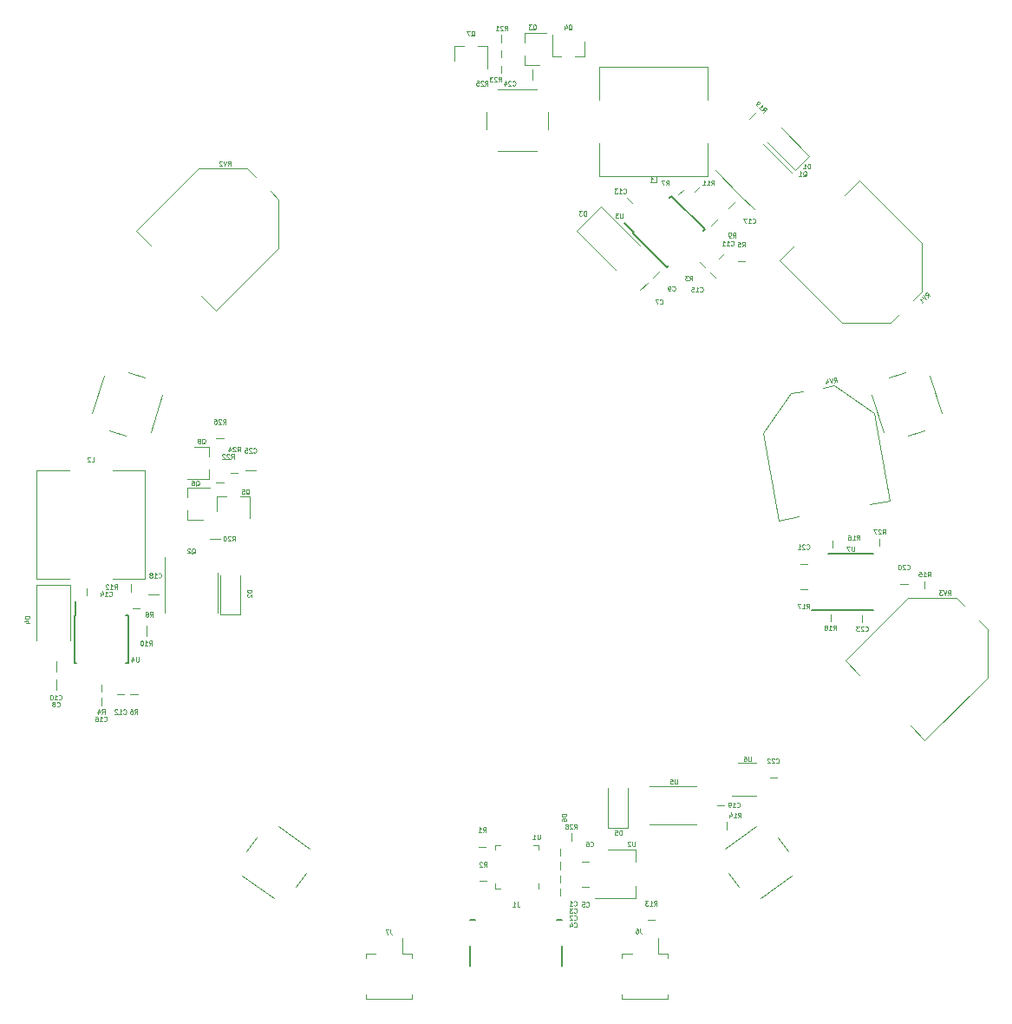
<source format=gbo>
G04 #@! TF.GenerationSoftware,KiCad,Pcbnew,5.1.5+dfsg1-2build2*
G04 #@! TF.CreationDate,2020-07-22T02:43:12+02:00*
G04 #@! TF.ProjectId,camera-flash,63616d65-7261-42d6-966c-6173682e6b69,rev?*
G04 #@! TF.SameCoordinates,Original*
G04 #@! TF.FileFunction,Legend,Bot*
G04 #@! TF.FilePolarity,Positive*
%FSLAX46Y46*%
G04 Gerber Fmt 4.6, Leading zero omitted, Abs format (unit mm)*
G04 Created by KiCad (PCBNEW 5.1.5+dfsg1-2build2) date 2020-07-22 02:43:12*
%MOMM*%
%LPD*%
G04 APERTURE LIST*
%ADD10C,0.120000*%
%ADD11C,0.150000*%
%ADD12C,0.100000*%
G04 APERTURE END LIST*
D10*
X145119417Y-108794796D02*
X145932590Y-109607969D01*
X142892031Y-106567410D02*
X143705204Y-107380583D01*
X142892031Y-106567410D02*
X138154416Y-106567410D01*
X145932590Y-109607969D02*
X145932590Y-114345584D01*
X138401903Y-119047845D02*
X139816117Y-120462058D01*
X132037942Y-112683883D02*
X133452155Y-114098097D01*
X138154416Y-106567410D02*
X132037942Y-112683883D01*
X145932590Y-114345584D02*
X139816117Y-120462058D01*
X129873155Y-86056111D02*
X131005684Y-85856416D01*
X126771010Y-86603103D02*
X127903539Y-86403407D01*
X126771010Y-86603103D02*
X124053626Y-90483930D01*
X131005684Y-85856416D02*
X134886511Y-88573800D01*
X134418952Y-97439684D02*
X136388568Y-97092387D01*
X125555683Y-99002517D02*
X127525298Y-98655221D01*
X124053626Y-90483930D02*
X125555683Y-99002517D01*
X134886511Y-88573800D02*
X136388568Y-97092387D01*
X75919417Y-66894796D02*
X76732590Y-67707969D01*
X73692031Y-64667410D02*
X74505204Y-65480583D01*
X73692031Y-64667410D02*
X68954416Y-64667410D01*
X76732590Y-67707969D02*
X76732590Y-72445584D01*
X69201903Y-77147845D02*
X70616117Y-78562058D01*
X62837942Y-70783883D02*
X64252155Y-72198097D01*
X68954416Y-64667410D02*
X62837942Y-70783883D01*
X76732590Y-72445584D02*
X70616117Y-78562058D01*
X137305204Y-78919417D02*
X136492031Y-79732590D01*
X139532590Y-76692031D02*
X138719417Y-77505204D01*
X139532590Y-76692031D02*
X139532590Y-71954416D01*
X136492031Y-79732590D02*
X131754416Y-79732590D01*
X127052155Y-72201903D02*
X125637942Y-73616117D01*
X133416117Y-65837942D02*
X132001903Y-67252155D01*
X139532590Y-71954416D02*
X133416117Y-65837942D01*
X131754416Y-79732590D02*
X125637942Y-73616117D01*
X110866548Y-128997918D02*
X110866548Y-125147918D01*
X108866548Y-128997918D02*
X108866548Y-125147918D01*
X110866548Y-128997918D02*
X108866548Y-128997918D01*
X73000000Y-108200000D02*
X73000000Y-104350000D01*
X71000000Y-108200000D02*
X71000000Y-104350000D01*
X73000000Y-108200000D02*
X71000000Y-108200000D01*
X128562742Y-63448528D02*
X125840381Y-60726167D01*
X127148528Y-64862742D02*
X124426167Y-62140381D01*
X128562742Y-63448528D02*
X127148528Y-64862742D01*
X65624062Y-106082843D02*
X65624062Y-102632843D01*
X65624062Y-106082843D02*
X65624062Y-108032843D01*
X70744062Y-106082843D02*
X70744062Y-104132843D01*
X70744062Y-106082843D02*
X70744062Y-108032843D01*
X121789807Y-67310193D02*
X119350288Y-64870675D01*
X121789807Y-67310193D02*
X123168665Y-68689052D01*
X125410193Y-63689807D02*
X124031335Y-62310948D01*
X125410193Y-63689807D02*
X126789052Y-65068665D01*
X63800000Y-110300000D02*
X63800000Y-109300000D01*
X118946447Y-70253553D02*
X119653553Y-69546447D01*
X121639492Y-134807252D02*
X120642659Y-133430182D01*
X126499741Y-131289018D02*
X125502908Y-129911948D01*
X120273004Y-131043583D02*
X123351162Y-128815368D01*
X123791238Y-135903832D02*
X126869396Y-133675617D01*
D11*
X128812868Y-107770711D02*
X134787868Y-107770711D01*
X130387868Y-102245711D02*
X134787868Y-102245711D01*
D10*
X123400000Y-125910000D02*
X120950000Y-125910000D01*
X121600000Y-122690000D02*
X123400000Y-122690000D01*
X117515559Y-124947918D02*
X112965559Y-124947918D01*
X117515559Y-128647918D02*
X112965559Y-128647918D01*
D11*
X56900000Y-108275000D02*
X56900000Y-106925000D01*
X62025000Y-108275000D02*
X62025000Y-112925000D01*
X56775000Y-108275000D02*
X56775000Y-112925000D01*
X62025000Y-108275000D02*
X61800000Y-108275000D01*
X62025000Y-112925000D02*
X61800000Y-112925000D01*
X56775000Y-112925000D02*
X57000000Y-112925000D01*
X56775000Y-108275000D02*
X56900000Y-108275000D01*
X111409709Y-70970726D02*
X110455115Y-70016132D01*
X115033631Y-67346803D02*
X118321678Y-70634850D01*
X111321320Y-71059114D02*
X114609367Y-74347161D01*
X115033631Y-67346803D02*
X114874532Y-67505902D01*
X118321678Y-70634850D02*
X118162579Y-70793949D01*
X114609367Y-74347161D02*
X114768466Y-74188062D01*
X111321320Y-71059114D02*
X111409709Y-70970726D01*
D10*
X111580000Y-135900000D02*
X111580000Y-134700000D01*
X107580000Y-135900000D02*
X111580000Y-135900000D01*
X111580000Y-131100000D02*
X108880000Y-131100000D01*
X111580000Y-132300000D02*
X111580000Y-131100000D01*
X102110000Y-134435000D02*
X102110000Y-134910000D01*
X97890000Y-130690000D02*
X98365000Y-130690000D01*
X97890000Y-131165000D02*
X97890000Y-130690000D01*
X97890000Y-134910000D02*
X98365000Y-134910000D01*
X97890000Y-134435000D02*
X97890000Y-134910000D01*
X102110000Y-130690000D02*
X101635000Y-130690000D01*
X102110000Y-131165000D02*
X102110000Y-130690000D01*
X105300000Y-129550000D02*
X105300000Y-130250000D01*
X135400000Y-101500000D02*
X135400000Y-100800000D01*
X70650000Y-91000000D02*
X71350000Y-91000000D01*
X98500000Y-54650000D02*
X98500000Y-55350000D01*
X72050000Y-94400000D02*
X72750000Y-94400000D01*
X98500000Y-53850000D02*
X98500000Y-53150000D01*
X70650000Y-95300000D02*
X71350000Y-95300000D01*
X98500000Y-52350000D02*
X98500000Y-51650000D01*
X70000000Y-100800000D02*
X71000000Y-100800000D01*
X122646447Y-59853553D02*
X123353553Y-59146447D01*
X130600000Y-108150000D02*
X130600000Y-108850000D01*
X128350000Y-105750000D02*
X127650000Y-105750000D01*
X130850000Y-101000000D02*
X130850000Y-101700000D01*
X139800000Y-105650000D02*
X139800000Y-104950000D01*
X120500000Y-129150000D02*
X120500000Y-128450000D01*
X113450000Y-138000000D02*
X112750000Y-138000000D01*
X62300000Y-105950000D02*
X62300000Y-105250000D01*
X117352513Y-66947487D02*
X117847487Y-66452513D01*
X63150000Y-107600000D02*
X62450000Y-107600000D01*
X116247487Y-66752513D02*
X115752513Y-67247487D01*
X62250000Y-116000000D02*
X62950000Y-116000000D01*
X121550000Y-73700000D02*
X122250000Y-73700000D01*
X59400000Y-115050000D02*
X59400000Y-115750000D01*
X117852513Y-73852513D02*
X118347487Y-74347487D01*
X96350000Y-134200000D02*
X97050000Y-134200000D01*
X96950000Y-130900000D02*
X96250000Y-130900000D01*
X69960000Y-91820000D02*
X68500000Y-91820000D01*
X69960000Y-94980000D02*
X67800000Y-94980000D01*
X69960000Y-94980000D02*
X69960000Y-94050000D01*
X69960000Y-91820000D02*
X69960000Y-92750000D01*
X93920000Y-52740000D02*
X93920000Y-54200000D01*
X97080000Y-52740000D02*
X97080000Y-54900000D01*
X97080000Y-52740000D02*
X96150000Y-52740000D01*
X93920000Y-52740000D02*
X94850000Y-52740000D01*
X67840000Y-98980000D02*
X69300000Y-98980000D01*
X67840000Y-95820000D02*
X70000000Y-95820000D01*
X67840000Y-95820000D02*
X67840000Y-96750000D01*
X67840000Y-98980000D02*
X67840000Y-98050000D01*
X70720000Y-96640000D02*
X70720000Y-98100000D01*
X73880000Y-96640000D02*
X73880000Y-98800000D01*
X73880000Y-96640000D02*
X72950000Y-96640000D01*
X70720000Y-96640000D02*
X71650000Y-96640000D01*
X106580000Y-53760000D02*
X106580000Y-52300000D01*
X103420000Y-53760000D02*
X103420000Y-51600000D01*
X103420000Y-53760000D02*
X104350000Y-53760000D01*
X106580000Y-53760000D02*
X105650000Y-53760000D01*
X100740000Y-54580000D02*
X102200000Y-54580000D01*
X100740000Y-51420000D02*
X102900000Y-51420000D01*
X100740000Y-51420000D02*
X100740000Y-52350000D01*
X100740000Y-54580000D02*
X100740000Y-53650000D01*
X63700000Y-94100000D02*
X60500000Y-94100000D01*
X63700000Y-104700000D02*
X63700000Y-94100000D01*
X60500000Y-104700000D02*
X63700000Y-104700000D01*
X53100000Y-104700000D02*
X56300000Y-104700000D01*
X53100000Y-94100000D02*
X53100000Y-104700000D01*
X56300000Y-94100000D02*
X53100000Y-94100000D01*
X118600000Y-65400000D02*
X118600000Y-62200000D01*
X108000000Y-65400000D02*
X118600000Y-65400000D01*
X108000000Y-62200000D02*
X108000000Y-65400000D01*
X108000000Y-54800000D02*
X108000000Y-58000000D01*
X118600000Y-54800000D02*
X108000000Y-54800000D01*
X118600000Y-58000000D02*
X118600000Y-54800000D01*
X85265000Y-145710000D02*
X85265000Y-145260000D01*
X89735000Y-145710000D02*
X85265000Y-145710000D01*
X89735000Y-145260000D02*
X89735000Y-145710000D01*
X85265000Y-141290000D02*
X86215000Y-141290000D01*
X85265000Y-141740000D02*
X85265000Y-141290000D01*
X88785000Y-141290000D02*
X88785000Y-139800000D01*
X89735000Y-141290000D02*
X88785000Y-141290000D01*
X89735000Y-141740000D02*
X89735000Y-141290000D01*
X110265000Y-145710000D02*
X110265000Y-145260000D01*
X114735000Y-145710000D02*
X110265000Y-145710000D01*
X114735000Y-145260000D02*
X114735000Y-145710000D01*
X110265000Y-141290000D02*
X111215000Y-141290000D01*
X110265000Y-141740000D02*
X110265000Y-141290000D01*
X113785000Y-141290000D02*
X113785000Y-139800000D01*
X114735000Y-141290000D02*
X113785000Y-141290000D01*
X114735000Y-141740000D02*
X114735000Y-141290000D01*
X73560049Y-131290098D02*
X74556882Y-129913028D01*
X78420298Y-134808332D02*
X79417131Y-133431262D01*
X76708628Y-128816448D02*
X79786786Y-131044663D01*
X73190394Y-133676697D02*
X76268552Y-135904912D01*
X62076393Y-84523486D02*
X63693189Y-85048815D01*
X60222291Y-90229825D02*
X61839087Y-90755154D01*
X65398042Y-86759364D02*
X64223777Y-90373378D01*
X59691703Y-84905262D02*
X58517438Y-88519276D01*
X139777709Y-90229825D02*
X138160913Y-90755154D01*
X137923607Y-84523486D02*
X136306811Y-85048815D01*
X135776223Y-90373378D02*
X134601958Y-86759364D01*
X141482562Y-88519276D02*
X140308297Y-84905262D01*
X97000000Y-60850000D02*
X97000000Y-59150000D01*
X103000000Y-60850000D02*
X103000000Y-59150000D01*
X98100000Y-57000000D02*
X101900000Y-57000000D01*
X98100000Y-63000000D02*
X101900000Y-63000000D01*
D11*
X95890000Y-138000000D02*
X95390000Y-138000000D01*
X104390000Y-138000000D02*
X103890000Y-138000000D01*
X104390000Y-140500000D02*
X104390000Y-142500000D01*
X95390000Y-142500000D02*
X95390000Y-140500000D01*
D10*
X53050000Y-105300000D02*
X53050000Y-110700000D01*
X56350000Y-105300000D02*
X56350000Y-110700000D01*
X53050000Y-105300000D02*
X56350000Y-105300000D01*
X105832412Y-70741600D02*
X109650788Y-74559977D01*
X108165864Y-68408148D02*
X111984241Y-72226524D01*
X105832412Y-70741600D02*
X108165864Y-68408148D01*
X73500000Y-94100000D02*
X74500000Y-94100000D01*
X101500000Y-55000000D02*
X101500000Y-56000000D01*
X133700000Y-108950000D02*
X133700000Y-108250000D01*
X124700000Y-124100000D02*
X125400000Y-124100000D01*
X128350000Y-103250000D02*
X127650000Y-103250000D01*
X138150000Y-105200000D02*
X137450000Y-105200000D01*
X119550000Y-126800000D02*
X120250000Y-126800000D01*
X65007107Y-106224264D02*
X64007107Y-106224264D01*
X121353553Y-67846447D02*
X120646447Y-68553553D01*
X59400000Y-116350000D02*
X59400000Y-117050000D01*
X118852513Y-74852513D02*
X119347487Y-75347487D01*
X58000000Y-105650000D02*
X58000000Y-106350000D01*
X110782159Y-67559620D02*
X111277133Y-68054594D01*
X61650000Y-116000000D02*
X60950000Y-116000000D01*
X120247487Y-72952513D02*
X119752513Y-73447487D01*
X55000000Y-113800000D02*
X55000000Y-112800000D01*
X113274012Y-75333809D02*
X113981118Y-74626703D01*
X55000000Y-115550000D02*
X55000000Y-114550000D01*
X112046446Y-76553553D02*
X112753552Y-75846447D01*
X106350000Y-132300000D02*
X107050000Y-132300000D01*
X107050000Y-134800000D02*
X106350000Y-134800000D01*
X104200000Y-135650000D02*
X104200000Y-134950000D01*
X104200000Y-133050000D02*
X104200000Y-132350000D01*
X104200000Y-134350000D02*
X104200000Y-133650000D01*
X104200000Y-131750000D02*
X104200000Y-131050000D01*
D12*
X142067857Y-106303571D02*
X142217857Y-106089285D01*
X142325000Y-106303571D02*
X142325000Y-105853571D01*
X142153571Y-105853571D01*
X142110714Y-105875000D01*
X142089285Y-105896428D01*
X142067857Y-105939285D01*
X142067857Y-106003571D01*
X142089285Y-106046428D01*
X142110714Y-106067857D01*
X142153571Y-106089285D01*
X142325000Y-106089285D01*
X141939285Y-105853571D02*
X141789285Y-106303571D01*
X141639285Y-105853571D01*
X141532142Y-105853571D02*
X141253571Y-105853571D01*
X141403571Y-106025000D01*
X141339285Y-106025000D01*
X141296428Y-106046428D01*
X141275000Y-106067857D01*
X141253571Y-106110714D01*
X141253571Y-106217857D01*
X141275000Y-106260714D01*
X141296428Y-106282142D01*
X141339285Y-106303571D01*
X141467857Y-106303571D01*
X141510714Y-106282142D01*
X141532142Y-106260714D01*
X130999137Y-85553965D02*
X131109648Y-85316888D01*
X131252373Y-85509313D02*
X131174232Y-85066149D01*
X131005408Y-85095918D01*
X130966922Y-85124463D01*
X130949541Y-85149287D01*
X130935880Y-85195214D01*
X130947043Y-85258523D01*
X130975588Y-85297008D01*
X131000412Y-85314390D01*
X131046339Y-85328051D01*
X131215163Y-85298283D01*
X130794377Y-85133128D02*
X130724798Y-85602339D01*
X130498935Y-85185222D01*
X130187334Y-85392480D02*
X130239428Y-85687922D01*
X130263081Y-85205051D02*
X130424411Y-85502991D01*
X130150072Y-85551364D01*
X71767857Y-64403571D02*
X71917857Y-64189285D01*
X72025000Y-64403571D02*
X72025000Y-63953571D01*
X71853571Y-63953571D01*
X71810714Y-63975000D01*
X71789285Y-63996428D01*
X71767857Y-64039285D01*
X71767857Y-64103571D01*
X71789285Y-64146428D01*
X71810714Y-64167857D01*
X71853571Y-64189285D01*
X72025000Y-64189285D01*
X71639285Y-63953571D02*
X71489285Y-64403571D01*
X71339285Y-63953571D01*
X71210714Y-63996428D02*
X71189285Y-63975000D01*
X71146428Y-63953571D01*
X71039285Y-63953571D01*
X70996428Y-63975000D01*
X70975000Y-63996428D01*
X70953571Y-64039285D01*
X70953571Y-64082142D01*
X70975000Y-64146428D01*
X71232142Y-64403571D01*
X70953571Y-64403571D01*
X140133350Y-77254543D02*
X140087893Y-76996954D01*
X140315177Y-77072715D02*
X139996979Y-76754517D01*
X139875761Y-76875735D01*
X139860609Y-76921192D01*
X139860609Y-76951497D01*
X139875761Y-76996954D01*
X139921218Y-77042411D01*
X139966675Y-77057563D01*
X139996979Y-77057563D01*
X140042436Y-77042411D01*
X140163654Y-76921192D01*
X139724238Y-77027258D02*
X139936370Y-77451522D01*
X139512106Y-77239390D01*
X139557563Y-77830330D02*
X139739390Y-77648502D01*
X139648477Y-77739416D02*
X139330279Y-77421218D01*
X139406040Y-77436370D01*
X139466649Y-77436370D01*
X139512106Y-77421218D01*
X110232142Y-129703571D02*
X110232142Y-129253571D01*
X110125000Y-129253571D01*
X110060714Y-129275000D01*
X110017857Y-129317857D01*
X109996428Y-129360714D01*
X109975000Y-129446428D01*
X109975000Y-129510714D01*
X109996428Y-129596428D01*
X110017857Y-129639285D01*
X110060714Y-129682142D01*
X110125000Y-129703571D01*
X110232142Y-129703571D01*
X109567857Y-129253571D02*
X109782142Y-129253571D01*
X109803571Y-129467857D01*
X109782142Y-129446428D01*
X109739285Y-129425000D01*
X109632142Y-129425000D01*
X109589285Y-129446428D01*
X109567857Y-129467857D01*
X109546428Y-129510714D01*
X109546428Y-129617857D01*
X109567857Y-129660714D01*
X109589285Y-129682142D01*
X109632142Y-129703571D01*
X109739285Y-129703571D01*
X109782142Y-129682142D01*
X109803571Y-129660714D01*
X74108571Y-105794857D02*
X73658571Y-105794857D01*
X73658571Y-105902000D01*
X73680000Y-105966285D01*
X73722857Y-106009142D01*
X73765714Y-106030571D01*
X73851428Y-106052000D01*
X73915714Y-106052000D01*
X74001428Y-106030571D01*
X74044285Y-106009142D01*
X74087142Y-105966285D01*
X74108571Y-105902000D01*
X74108571Y-105794857D01*
X73701428Y-106223428D02*
X73680000Y-106244857D01*
X73658571Y-106287714D01*
X73658571Y-106394857D01*
X73680000Y-106437714D01*
X73701428Y-106459142D01*
X73744285Y-106480571D01*
X73787142Y-106480571D01*
X73851428Y-106459142D01*
X74108571Y-106202000D01*
X74108571Y-106480571D01*
X128632142Y-64703570D02*
X128632142Y-64253570D01*
X128525000Y-64253570D01*
X128460714Y-64274999D01*
X128417857Y-64317856D01*
X128396428Y-64360713D01*
X128375000Y-64446427D01*
X128375000Y-64510713D01*
X128396428Y-64596427D01*
X128417857Y-64639284D01*
X128460714Y-64682141D01*
X128525000Y-64703570D01*
X128632142Y-64703570D01*
X127946428Y-64703570D02*
X128203571Y-64703570D01*
X128075000Y-64703570D02*
X128075000Y-64253570D01*
X128117857Y-64317856D01*
X128160714Y-64360713D01*
X128203571Y-64382141D01*
X68242857Y-102246428D02*
X68285714Y-102225000D01*
X68328571Y-102182142D01*
X68392857Y-102117857D01*
X68435714Y-102096428D01*
X68478571Y-102096428D01*
X68457142Y-102203571D02*
X68500000Y-102182142D01*
X68542857Y-102139285D01*
X68564285Y-102053571D01*
X68564285Y-101903571D01*
X68542857Y-101817857D01*
X68500000Y-101775000D01*
X68457142Y-101753571D01*
X68371428Y-101753571D01*
X68328571Y-101775000D01*
X68285714Y-101817857D01*
X68264285Y-101903571D01*
X68264285Y-102053571D01*
X68285714Y-102139285D01*
X68328571Y-102182142D01*
X68371428Y-102203571D01*
X68457142Y-102203571D01*
X68092857Y-101796428D02*
X68071428Y-101775000D01*
X68028571Y-101753571D01*
X67921428Y-101753571D01*
X67878571Y-101775000D01*
X67857142Y-101796428D01*
X67835714Y-101839285D01*
X67835714Y-101882142D01*
X67857142Y-101946428D01*
X68114285Y-102203571D01*
X67835714Y-102203571D01*
X127942857Y-65446428D02*
X127985714Y-65425000D01*
X128028571Y-65382142D01*
X128092857Y-65317857D01*
X128135714Y-65296428D01*
X128178571Y-65296428D01*
X128157142Y-65403571D02*
X128200000Y-65382142D01*
X128242857Y-65339285D01*
X128264285Y-65253571D01*
X128264285Y-65103571D01*
X128242857Y-65017857D01*
X128200000Y-64975000D01*
X128157142Y-64953571D01*
X128071428Y-64953571D01*
X128028571Y-64975000D01*
X127985714Y-65017857D01*
X127964285Y-65103571D01*
X127964285Y-65253571D01*
X127985714Y-65339285D01*
X128028571Y-65382142D01*
X128071428Y-65403571D01*
X128157142Y-65403571D01*
X127535714Y-65403571D02*
X127792857Y-65403571D01*
X127664285Y-65403571D02*
X127664285Y-64953571D01*
X127707142Y-65017857D01*
X127750000Y-65060714D01*
X127792857Y-65082142D01*
X64089285Y-111203571D02*
X64239285Y-110989285D01*
X64346428Y-111203571D02*
X64346428Y-110753571D01*
X64175000Y-110753571D01*
X64132142Y-110775000D01*
X64110714Y-110796428D01*
X64089285Y-110839285D01*
X64089285Y-110903571D01*
X64110714Y-110946428D01*
X64132142Y-110967857D01*
X64175000Y-110989285D01*
X64346428Y-110989285D01*
X63660714Y-111203571D02*
X63917857Y-111203571D01*
X63789285Y-111203571D02*
X63789285Y-110753571D01*
X63832142Y-110817857D01*
X63875000Y-110860714D01*
X63917857Y-110882142D01*
X63382142Y-110753571D02*
X63339285Y-110753571D01*
X63296428Y-110775000D01*
X63275000Y-110796428D01*
X63253571Y-110839285D01*
X63232142Y-110925000D01*
X63232142Y-111032142D01*
X63253571Y-111117857D01*
X63275000Y-111160714D01*
X63296428Y-111182142D01*
X63339285Y-111203571D01*
X63382142Y-111203571D01*
X63425000Y-111182142D01*
X63446428Y-111160714D01*
X63467857Y-111117857D01*
X63489285Y-111032142D01*
X63489285Y-110925000D01*
X63467857Y-110839285D01*
X63446428Y-110796428D01*
X63425000Y-110775000D01*
X63382142Y-110753571D01*
X121075000Y-71403571D02*
X121225000Y-71189285D01*
X121332142Y-71403571D02*
X121332142Y-70953571D01*
X121160714Y-70953571D01*
X121117857Y-70975000D01*
X121096428Y-70996428D01*
X121075000Y-71039285D01*
X121075000Y-71103571D01*
X121096428Y-71146428D01*
X121117857Y-71167857D01*
X121160714Y-71189285D01*
X121332142Y-71189285D01*
X120860714Y-71403571D02*
X120775000Y-71403571D01*
X120732142Y-71382142D01*
X120710714Y-71360714D01*
X120667857Y-71296428D01*
X120646428Y-71210714D01*
X120646428Y-71039285D01*
X120667857Y-70996428D01*
X120689285Y-70975000D01*
X120732142Y-70953571D01*
X120817857Y-70953571D01*
X120860714Y-70975000D01*
X120882142Y-70996428D01*
X120903571Y-71039285D01*
X120903571Y-71146428D01*
X120882142Y-71189285D01*
X120860714Y-71210714D01*
X120817857Y-71232142D01*
X120732142Y-71232142D01*
X120689285Y-71210714D01*
X120667857Y-71189285D01*
X120646428Y-71146428D01*
X132930725Y-101553571D02*
X132930725Y-101917857D01*
X132909296Y-101960714D01*
X132887868Y-101982142D01*
X132845010Y-102003571D01*
X132759296Y-102003571D01*
X132716439Y-101982142D01*
X132695010Y-101960714D01*
X132673582Y-101917857D01*
X132673582Y-101553571D01*
X132502153Y-101553571D02*
X132202153Y-101553571D01*
X132395010Y-102003571D01*
X122842857Y-122053571D02*
X122842857Y-122417857D01*
X122821428Y-122460714D01*
X122800000Y-122482142D01*
X122757142Y-122503571D01*
X122671428Y-122503571D01*
X122628571Y-122482142D01*
X122607142Y-122460714D01*
X122585714Y-122417857D01*
X122585714Y-122053571D01*
X122178571Y-122053571D02*
X122264285Y-122053571D01*
X122307142Y-122075000D01*
X122328571Y-122096428D01*
X122371428Y-122160714D01*
X122392857Y-122246428D01*
X122392857Y-122417857D01*
X122371428Y-122460714D01*
X122350000Y-122482142D01*
X122307142Y-122503571D01*
X122221428Y-122503571D01*
X122178571Y-122482142D01*
X122157142Y-122460714D01*
X122135714Y-122417857D01*
X122135714Y-122310714D01*
X122157142Y-122267857D01*
X122178571Y-122246428D01*
X122221428Y-122225000D01*
X122307142Y-122225000D01*
X122350000Y-122246428D01*
X122371428Y-122267857D01*
X122392857Y-122310714D01*
X115642857Y-124253571D02*
X115642857Y-124617857D01*
X115621428Y-124660714D01*
X115600000Y-124682142D01*
X115557142Y-124703571D01*
X115471428Y-124703571D01*
X115428571Y-124682142D01*
X115407142Y-124660714D01*
X115385714Y-124617857D01*
X115385714Y-124253571D01*
X114957142Y-124253571D02*
X115171428Y-124253571D01*
X115192857Y-124467857D01*
X115171428Y-124446428D01*
X115128571Y-124425000D01*
X115021428Y-124425000D01*
X114978571Y-124446428D01*
X114957142Y-124467857D01*
X114935714Y-124510714D01*
X114935714Y-124617857D01*
X114957142Y-124660714D01*
X114978571Y-124682142D01*
X115021428Y-124703571D01*
X115128571Y-124703571D01*
X115171428Y-124682142D01*
X115192857Y-124660714D01*
X63042857Y-112353571D02*
X63042857Y-112717857D01*
X63021428Y-112760714D01*
X63000000Y-112782142D01*
X62957142Y-112803571D01*
X62871428Y-112803571D01*
X62828571Y-112782142D01*
X62807142Y-112760714D01*
X62785714Y-112717857D01*
X62785714Y-112353571D01*
X62378571Y-112503571D02*
X62378571Y-112803571D01*
X62485714Y-112332142D02*
X62592857Y-112653571D01*
X62314285Y-112653571D01*
X110342857Y-69053571D02*
X110342857Y-69417857D01*
X110321428Y-69460714D01*
X110300000Y-69482142D01*
X110257142Y-69503571D01*
X110171428Y-69503571D01*
X110128571Y-69482142D01*
X110107142Y-69460714D01*
X110085714Y-69417857D01*
X110085714Y-69053571D01*
X109914285Y-69053571D02*
X109635714Y-69053571D01*
X109785714Y-69225000D01*
X109721428Y-69225000D01*
X109678571Y-69246428D01*
X109657142Y-69267857D01*
X109635714Y-69310714D01*
X109635714Y-69417857D01*
X109657142Y-69460714D01*
X109678571Y-69482142D01*
X109721428Y-69503571D01*
X109850000Y-69503571D01*
X109892857Y-69482142D01*
X109914285Y-69460714D01*
X111542857Y-130353571D02*
X111542857Y-130717857D01*
X111521428Y-130760714D01*
X111500000Y-130782142D01*
X111457142Y-130803571D01*
X111371428Y-130803571D01*
X111328571Y-130782142D01*
X111307142Y-130760714D01*
X111285714Y-130717857D01*
X111285714Y-130353571D01*
X111092857Y-130396428D02*
X111071428Y-130375000D01*
X111028571Y-130353571D01*
X110921428Y-130353571D01*
X110878571Y-130375000D01*
X110857142Y-130396428D01*
X110835714Y-130439285D01*
X110835714Y-130482142D01*
X110857142Y-130546428D01*
X111114285Y-130803571D01*
X110835714Y-130803571D01*
X102242857Y-129653571D02*
X102242857Y-130017857D01*
X102221428Y-130060714D01*
X102200000Y-130082142D01*
X102157142Y-130103571D01*
X102071428Y-130103571D01*
X102028571Y-130082142D01*
X102007142Y-130060714D01*
X101985714Y-130017857D01*
X101985714Y-129653571D01*
X101535714Y-130103571D02*
X101792857Y-130103571D01*
X101664285Y-130103571D02*
X101664285Y-129653571D01*
X101707142Y-129717857D01*
X101750000Y-129760714D01*
X101792857Y-129782142D01*
X105589285Y-129103571D02*
X105739285Y-128889285D01*
X105846428Y-129103571D02*
X105846428Y-128653571D01*
X105675000Y-128653571D01*
X105632142Y-128675000D01*
X105610714Y-128696428D01*
X105589285Y-128739285D01*
X105589285Y-128803571D01*
X105610714Y-128846428D01*
X105632142Y-128867857D01*
X105675000Y-128889285D01*
X105846428Y-128889285D01*
X105417857Y-128696428D02*
X105396428Y-128675000D01*
X105353571Y-128653571D01*
X105246428Y-128653571D01*
X105203571Y-128675000D01*
X105182142Y-128696428D01*
X105160714Y-128739285D01*
X105160714Y-128782142D01*
X105182142Y-128846428D01*
X105439285Y-129103571D01*
X105160714Y-129103571D01*
X104903571Y-128846428D02*
X104946428Y-128825000D01*
X104967857Y-128803571D01*
X104989285Y-128760714D01*
X104989285Y-128739285D01*
X104967857Y-128696428D01*
X104946428Y-128675000D01*
X104903571Y-128653571D01*
X104817857Y-128653571D01*
X104775000Y-128675000D01*
X104753571Y-128696428D01*
X104732142Y-128739285D01*
X104732142Y-128760714D01*
X104753571Y-128803571D01*
X104775000Y-128825000D01*
X104817857Y-128846428D01*
X104903571Y-128846428D01*
X104946428Y-128867857D01*
X104967857Y-128889285D01*
X104989285Y-128932142D01*
X104989285Y-129017857D01*
X104967857Y-129060714D01*
X104946428Y-129082142D01*
X104903571Y-129103571D01*
X104817857Y-129103571D01*
X104775000Y-129082142D01*
X104753571Y-129060714D01*
X104732142Y-129017857D01*
X104732142Y-128932142D01*
X104753571Y-128889285D01*
X104775000Y-128867857D01*
X104817857Y-128846428D01*
X135689285Y-100353571D02*
X135839285Y-100139285D01*
X135946428Y-100353571D02*
X135946428Y-99903571D01*
X135775000Y-99903571D01*
X135732142Y-99925000D01*
X135710714Y-99946428D01*
X135689285Y-99989285D01*
X135689285Y-100053571D01*
X135710714Y-100096428D01*
X135732142Y-100117857D01*
X135775000Y-100139285D01*
X135946428Y-100139285D01*
X135517857Y-99946428D02*
X135496428Y-99925000D01*
X135453571Y-99903571D01*
X135346428Y-99903571D01*
X135303571Y-99925000D01*
X135282142Y-99946428D01*
X135260714Y-99989285D01*
X135260714Y-100032142D01*
X135282142Y-100096428D01*
X135539285Y-100353571D01*
X135260714Y-100353571D01*
X135110714Y-99903571D02*
X134810714Y-99903571D01*
X135003571Y-100353571D01*
X71289285Y-89603571D02*
X71439285Y-89389285D01*
X71546428Y-89603571D02*
X71546428Y-89153571D01*
X71375000Y-89153571D01*
X71332142Y-89175000D01*
X71310714Y-89196428D01*
X71289285Y-89239285D01*
X71289285Y-89303571D01*
X71310714Y-89346428D01*
X71332142Y-89367857D01*
X71375000Y-89389285D01*
X71546428Y-89389285D01*
X71117857Y-89196428D02*
X71096428Y-89175000D01*
X71053571Y-89153571D01*
X70946428Y-89153571D01*
X70903571Y-89175000D01*
X70882142Y-89196428D01*
X70860714Y-89239285D01*
X70860714Y-89282142D01*
X70882142Y-89346428D01*
X71139285Y-89603571D01*
X70860714Y-89603571D01*
X70475000Y-89153571D02*
X70560714Y-89153571D01*
X70603571Y-89175000D01*
X70625000Y-89196428D01*
X70667857Y-89260714D01*
X70689285Y-89346428D01*
X70689285Y-89517857D01*
X70667857Y-89560714D01*
X70646428Y-89582142D01*
X70603571Y-89603571D01*
X70517857Y-89603571D01*
X70475000Y-89582142D01*
X70453571Y-89560714D01*
X70432142Y-89517857D01*
X70432142Y-89410714D01*
X70453571Y-89367857D01*
X70475000Y-89346428D01*
X70517857Y-89325000D01*
X70603571Y-89325000D01*
X70646428Y-89346428D01*
X70667857Y-89367857D01*
X70689285Y-89410714D01*
X96889285Y-56603571D02*
X97039285Y-56389285D01*
X97146428Y-56603571D02*
X97146428Y-56153571D01*
X96975000Y-56153571D01*
X96932142Y-56175000D01*
X96910714Y-56196428D01*
X96889285Y-56239285D01*
X96889285Y-56303571D01*
X96910714Y-56346428D01*
X96932142Y-56367857D01*
X96975000Y-56389285D01*
X97146428Y-56389285D01*
X96717857Y-56196428D02*
X96696428Y-56175000D01*
X96653571Y-56153571D01*
X96546428Y-56153571D01*
X96503571Y-56175000D01*
X96482142Y-56196428D01*
X96460714Y-56239285D01*
X96460714Y-56282142D01*
X96482142Y-56346428D01*
X96739285Y-56603571D01*
X96460714Y-56603571D01*
X96053571Y-56153571D02*
X96267857Y-56153571D01*
X96289285Y-56367857D01*
X96267857Y-56346428D01*
X96225000Y-56325000D01*
X96117857Y-56325000D01*
X96075000Y-56346428D01*
X96053571Y-56367857D01*
X96032142Y-56410714D01*
X96032142Y-56517857D01*
X96053571Y-56560714D01*
X96075000Y-56582142D01*
X96117857Y-56603571D01*
X96225000Y-56603571D01*
X96267857Y-56582142D01*
X96289285Y-56560714D01*
X72689285Y-92303571D02*
X72839285Y-92089285D01*
X72946428Y-92303571D02*
X72946428Y-91853571D01*
X72775000Y-91853571D01*
X72732142Y-91875000D01*
X72710714Y-91896428D01*
X72689285Y-91939285D01*
X72689285Y-92003571D01*
X72710714Y-92046428D01*
X72732142Y-92067857D01*
X72775000Y-92089285D01*
X72946428Y-92089285D01*
X72517857Y-91896428D02*
X72496428Y-91875000D01*
X72453571Y-91853571D01*
X72346428Y-91853571D01*
X72303571Y-91875000D01*
X72282142Y-91896428D01*
X72260714Y-91939285D01*
X72260714Y-91982142D01*
X72282142Y-92046428D01*
X72539285Y-92303571D01*
X72260714Y-92303571D01*
X71875000Y-92003571D02*
X71875000Y-92303571D01*
X71982142Y-91832142D02*
X72089285Y-92153571D01*
X71810714Y-92153571D01*
X98189285Y-56203571D02*
X98339285Y-55989285D01*
X98446428Y-56203571D02*
X98446428Y-55753571D01*
X98275000Y-55753571D01*
X98232142Y-55775000D01*
X98210714Y-55796428D01*
X98189285Y-55839285D01*
X98189285Y-55903571D01*
X98210714Y-55946428D01*
X98232142Y-55967857D01*
X98275000Y-55989285D01*
X98446428Y-55989285D01*
X98017857Y-55796428D02*
X97996428Y-55775000D01*
X97953571Y-55753571D01*
X97846428Y-55753571D01*
X97803571Y-55775000D01*
X97782142Y-55796428D01*
X97760714Y-55839285D01*
X97760714Y-55882142D01*
X97782142Y-55946428D01*
X98039285Y-56203571D01*
X97760714Y-56203571D01*
X97610714Y-55753571D02*
X97332142Y-55753571D01*
X97482142Y-55925000D01*
X97417857Y-55925000D01*
X97375000Y-55946428D01*
X97353571Y-55967857D01*
X97332142Y-56010714D01*
X97332142Y-56117857D01*
X97353571Y-56160714D01*
X97375000Y-56182142D01*
X97417857Y-56203571D01*
X97546428Y-56203571D01*
X97589285Y-56182142D01*
X97610714Y-56160714D01*
X72089285Y-93003571D02*
X72239285Y-92789285D01*
X72346428Y-93003571D02*
X72346428Y-92553571D01*
X72175000Y-92553571D01*
X72132142Y-92575000D01*
X72110714Y-92596428D01*
X72089285Y-92639285D01*
X72089285Y-92703571D01*
X72110714Y-92746428D01*
X72132142Y-92767857D01*
X72175000Y-92789285D01*
X72346428Y-92789285D01*
X71917857Y-92596428D02*
X71896428Y-92575000D01*
X71853571Y-92553571D01*
X71746428Y-92553571D01*
X71703571Y-92575000D01*
X71682142Y-92596428D01*
X71660714Y-92639285D01*
X71660714Y-92682142D01*
X71682142Y-92746428D01*
X71939285Y-93003571D01*
X71660714Y-93003571D01*
X71489285Y-92596428D02*
X71467857Y-92575000D01*
X71425000Y-92553571D01*
X71317857Y-92553571D01*
X71275000Y-92575000D01*
X71253571Y-92596428D01*
X71232142Y-92639285D01*
X71232142Y-92682142D01*
X71253571Y-92746428D01*
X71510714Y-93003571D01*
X71232142Y-93003571D01*
X98789285Y-51203571D02*
X98939285Y-50989285D01*
X99046428Y-51203571D02*
X99046428Y-50753571D01*
X98875000Y-50753571D01*
X98832142Y-50775000D01*
X98810714Y-50796428D01*
X98789285Y-50839285D01*
X98789285Y-50903571D01*
X98810714Y-50946428D01*
X98832142Y-50967857D01*
X98875000Y-50989285D01*
X99046428Y-50989285D01*
X98617857Y-50796428D02*
X98596428Y-50775000D01*
X98553571Y-50753571D01*
X98446428Y-50753571D01*
X98403571Y-50775000D01*
X98382142Y-50796428D01*
X98360714Y-50839285D01*
X98360714Y-50882142D01*
X98382142Y-50946428D01*
X98639285Y-51203571D01*
X98360714Y-51203571D01*
X97932142Y-51203571D02*
X98189285Y-51203571D01*
X98060714Y-51203571D02*
X98060714Y-50753571D01*
X98103571Y-50817857D01*
X98146428Y-50860714D01*
X98189285Y-50882142D01*
X72189285Y-101003571D02*
X72339285Y-100789285D01*
X72446428Y-101003571D02*
X72446428Y-100553571D01*
X72275000Y-100553571D01*
X72232142Y-100575000D01*
X72210714Y-100596428D01*
X72189285Y-100639285D01*
X72189285Y-100703571D01*
X72210714Y-100746428D01*
X72232142Y-100767857D01*
X72275000Y-100789285D01*
X72446428Y-100789285D01*
X72017857Y-100596428D02*
X71996428Y-100575000D01*
X71953571Y-100553571D01*
X71846428Y-100553571D01*
X71803571Y-100575000D01*
X71782142Y-100596428D01*
X71760714Y-100639285D01*
X71760714Y-100682142D01*
X71782142Y-100746428D01*
X72039285Y-101003571D01*
X71760714Y-101003571D01*
X71482142Y-100553571D02*
X71439285Y-100553571D01*
X71396428Y-100575000D01*
X71375000Y-100596428D01*
X71353571Y-100639285D01*
X71332142Y-100725000D01*
X71332142Y-100832142D01*
X71353571Y-100917857D01*
X71375000Y-100960714D01*
X71396428Y-100982142D01*
X71439285Y-101003571D01*
X71482142Y-101003571D01*
X71525000Y-100982142D01*
X71546428Y-100960714D01*
X71567857Y-100917857D01*
X71589285Y-100832142D01*
X71589285Y-100725000D01*
X71567857Y-100639285D01*
X71546428Y-100596428D01*
X71525000Y-100575000D01*
X71482142Y-100553571D01*
X123873782Y-59035329D02*
X124131371Y-58989872D01*
X124055609Y-59217157D02*
X124373807Y-58898959D01*
X124252589Y-58777740D01*
X124207132Y-58762588D01*
X124176827Y-58762588D01*
X124131371Y-58777740D01*
X124085914Y-58823197D01*
X124070761Y-58868654D01*
X124070761Y-58898959D01*
X124085914Y-58944415D01*
X124207132Y-59065634D01*
X123570736Y-58732283D02*
X123752563Y-58914111D01*
X123661650Y-58823197D02*
X123979848Y-58504999D01*
X123964695Y-58580760D01*
X123964695Y-58641370D01*
X123979848Y-58686826D01*
X123419213Y-58580760D02*
X123358604Y-58520151D01*
X123343452Y-58474694D01*
X123343452Y-58444390D01*
X123358604Y-58368628D01*
X123404061Y-58292867D01*
X123525279Y-58171649D01*
X123570736Y-58156496D01*
X123601040Y-58156496D01*
X123646497Y-58171649D01*
X123707106Y-58232258D01*
X123722259Y-58277715D01*
X123722259Y-58308019D01*
X123707106Y-58353476D01*
X123631345Y-58429238D01*
X123585888Y-58444390D01*
X123555584Y-58444390D01*
X123510127Y-58429238D01*
X123449518Y-58368628D01*
X123434365Y-58323172D01*
X123434365Y-58292867D01*
X123449518Y-58247410D01*
X130889285Y-109703571D02*
X131039285Y-109489285D01*
X131146428Y-109703571D02*
X131146428Y-109253571D01*
X130975000Y-109253571D01*
X130932142Y-109275000D01*
X130910714Y-109296428D01*
X130889285Y-109339285D01*
X130889285Y-109403571D01*
X130910714Y-109446428D01*
X130932142Y-109467857D01*
X130975000Y-109489285D01*
X131146428Y-109489285D01*
X130460714Y-109703571D02*
X130717857Y-109703571D01*
X130589285Y-109703571D02*
X130589285Y-109253571D01*
X130632142Y-109317857D01*
X130675000Y-109360714D01*
X130717857Y-109382142D01*
X130203571Y-109446428D02*
X130246428Y-109425000D01*
X130267857Y-109403571D01*
X130289285Y-109360714D01*
X130289285Y-109339285D01*
X130267857Y-109296428D01*
X130246428Y-109275000D01*
X130203571Y-109253571D01*
X130117857Y-109253571D01*
X130075000Y-109275000D01*
X130053571Y-109296428D01*
X130032142Y-109339285D01*
X130032142Y-109360714D01*
X130053571Y-109403571D01*
X130075000Y-109425000D01*
X130117857Y-109446428D01*
X130203571Y-109446428D01*
X130246428Y-109467857D01*
X130267857Y-109489285D01*
X130289285Y-109532142D01*
X130289285Y-109617857D01*
X130267857Y-109660714D01*
X130246428Y-109682142D01*
X130203571Y-109703571D01*
X130117857Y-109703571D01*
X130075000Y-109682142D01*
X130053571Y-109660714D01*
X130032142Y-109617857D01*
X130032142Y-109532142D01*
X130053571Y-109489285D01*
X130075000Y-109467857D01*
X130117857Y-109446428D01*
X128289285Y-107603571D02*
X128439285Y-107389285D01*
X128546428Y-107603571D02*
X128546428Y-107153571D01*
X128375000Y-107153571D01*
X128332142Y-107175000D01*
X128310714Y-107196428D01*
X128289285Y-107239285D01*
X128289285Y-107303571D01*
X128310714Y-107346428D01*
X128332142Y-107367857D01*
X128375000Y-107389285D01*
X128546428Y-107389285D01*
X127860714Y-107603571D02*
X128117857Y-107603571D01*
X127989285Y-107603571D02*
X127989285Y-107153571D01*
X128032142Y-107217857D01*
X128075000Y-107260714D01*
X128117857Y-107282142D01*
X127710714Y-107153571D02*
X127410714Y-107153571D01*
X127603571Y-107603571D01*
X133189285Y-100903571D02*
X133339285Y-100689285D01*
X133446428Y-100903571D02*
X133446428Y-100453571D01*
X133275000Y-100453571D01*
X133232142Y-100475000D01*
X133210714Y-100496428D01*
X133189285Y-100539285D01*
X133189285Y-100603571D01*
X133210714Y-100646428D01*
X133232142Y-100667857D01*
X133275000Y-100689285D01*
X133446428Y-100689285D01*
X132760714Y-100903571D02*
X133017857Y-100903571D01*
X132889285Y-100903571D02*
X132889285Y-100453571D01*
X132932142Y-100517857D01*
X132975000Y-100560714D01*
X133017857Y-100582142D01*
X132375000Y-100453571D02*
X132460714Y-100453571D01*
X132503571Y-100475000D01*
X132525000Y-100496428D01*
X132567857Y-100560714D01*
X132589285Y-100646428D01*
X132589285Y-100817857D01*
X132567857Y-100860714D01*
X132546428Y-100882142D01*
X132503571Y-100903571D01*
X132417857Y-100903571D01*
X132375000Y-100882142D01*
X132353571Y-100860714D01*
X132332142Y-100817857D01*
X132332142Y-100710714D01*
X132353571Y-100667857D01*
X132375000Y-100646428D01*
X132417857Y-100625000D01*
X132503571Y-100625000D01*
X132546428Y-100646428D01*
X132567857Y-100667857D01*
X132589285Y-100710714D01*
X140089285Y-104503571D02*
X140239285Y-104289285D01*
X140346428Y-104503571D02*
X140346428Y-104053571D01*
X140175000Y-104053571D01*
X140132142Y-104075000D01*
X140110714Y-104096428D01*
X140089285Y-104139285D01*
X140089285Y-104203571D01*
X140110714Y-104246428D01*
X140132142Y-104267857D01*
X140175000Y-104289285D01*
X140346428Y-104289285D01*
X139660714Y-104503571D02*
X139917857Y-104503571D01*
X139789285Y-104503571D02*
X139789285Y-104053571D01*
X139832142Y-104117857D01*
X139875000Y-104160714D01*
X139917857Y-104182142D01*
X139253571Y-104053571D02*
X139467857Y-104053571D01*
X139489285Y-104267857D01*
X139467857Y-104246428D01*
X139425000Y-104225000D01*
X139317857Y-104225000D01*
X139275000Y-104246428D01*
X139253571Y-104267857D01*
X139232142Y-104310714D01*
X139232142Y-104417857D01*
X139253571Y-104460714D01*
X139275000Y-104482142D01*
X139317857Y-104503571D01*
X139425000Y-104503571D01*
X139467857Y-104482142D01*
X139489285Y-104460714D01*
X121589285Y-128003571D02*
X121739285Y-127789285D01*
X121846428Y-128003571D02*
X121846428Y-127553571D01*
X121675000Y-127553571D01*
X121632142Y-127575000D01*
X121610714Y-127596428D01*
X121589285Y-127639285D01*
X121589285Y-127703571D01*
X121610714Y-127746428D01*
X121632142Y-127767857D01*
X121675000Y-127789285D01*
X121846428Y-127789285D01*
X121160714Y-128003571D02*
X121417857Y-128003571D01*
X121289285Y-128003571D02*
X121289285Y-127553571D01*
X121332142Y-127617857D01*
X121375000Y-127660714D01*
X121417857Y-127682142D01*
X120775000Y-127703571D02*
X120775000Y-128003571D01*
X120882142Y-127532142D02*
X120989285Y-127853571D01*
X120710714Y-127853571D01*
X113389285Y-136603571D02*
X113539285Y-136389285D01*
X113646428Y-136603571D02*
X113646428Y-136153571D01*
X113475000Y-136153571D01*
X113432142Y-136175000D01*
X113410714Y-136196428D01*
X113389285Y-136239285D01*
X113389285Y-136303571D01*
X113410714Y-136346428D01*
X113432142Y-136367857D01*
X113475000Y-136389285D01*
X113646428Y-136389285D01*
X112960714Y-136603571D02*
X113217857Y-136603571D01*
X113089285Y-136603571D02*
X113089285Y-136153571D01*
X113132142Y-136217857D01*
X113175000Y-136260714D01*
X113217857Y-136282142D01*
X112810714Y-136153571D02*
X112532142Y-136153571D01*
X112682142Y-136325000D01*
X112617857Y-136325000D01*
X112575000Y-136346428D01*
X112553571Y-136367857D01*
X112532142Y-136410714D01*
X112532142Y-136517857D01*
X112553571Y-136560714D01*
X112575000Y-136582142D01*
X112617857Y-136603571D01*
X112746428Y-136603571D01*
X112789285Y-136582142D01*
X112810714Y-136560714D01*
X60689285Y-105703571D02*
X60839285Y-105489285D01*
X60946428Y-105703571D02*
X60946428Y-105253571D01*
X60775000Y-105253571D01*
X60732142Y-105275000D01*
X60710714Y-105296428D01*
X60689285Y-105339285D01*
X60689285Y-105403571D01*
X60710714Y-105446428D01*
X60732142Y-105467857D01*
X60775000Y-105489285D01*
X60946428Y-105489285D01*
X60260714Y-105703571D02*
X60517857Y-105703571D01*
X60389285Y-105703571D02*
X60389285Y-105253571D01*
X60432142Y-105317857D01*
X60475000Y-105360714D01*
X60517857Y-105382142D01*
X60089285Y-105296428D02*
X60067857Y-105275000D01*
X60025000Y-105253571D01*
X59917857Y-105253571D01*
X59875000Y-105275000D01*
X59853571Y-105296428D01*
X59832142Y-105339285D01*
X59832142Y-105382142D01*
X59853571Y-105446428D01*
X60110714Y-105703571D01*
X59832142Y-105703571D01*
X118989285Y-66303570D02*
X119139285Y-66089284D01*
X119246428Y-66303570D02*
X119246428Y-65853570D01*
X119075000Y-65853570D01*
X119032142Y-65874999D01*
X119010714Y-65896427D01*
X118989285Y-65939284D01*
X118989285Y-66003570D01*
X119010714Y-66046427D01*
X119032142Y-66067856D01*
X119075000Y-66089284D01*
X119246428Y-66089284D01*
X118560714Y-66303570D02*
X118817857Y-66303570D01*
X118689285Y-66303570D02*
X118689285Y-65853570D01*
X118732142Y-65917856D01*
X118775000Y-65960713D01*
X118817857Y-65982141D01*
X118132142Y-66303570D02*
X118389285Y-66303570D01*
X118260714Y-66303570D02*
X118260714Y-65853570D01*
X118303571Y-65917856D01*
X118346428Y-65960713D01*
X118389285Y-65982141D01*
X64175000Y-108403571D02*
X64325000Y-108189285D01*
X64432142Y-108403571D02*
X64432142Y-107953571D01*
X64260714Y-107953571D01*
X64217857Y-107975000D01*
X64196428Y-107996428D01*
X64175000Y-108039285D01*
X64175000Y-108103571D01*
X64196428Y-108146428D01*
X64217857Y-108167857D01*
X64260714Y-108189285D01*
X64432142Y-108189285D01*
X63917857Y-108146428D02*
X63960714Y-108125000D01*
X63982142Y-108103571D01*
X64003571Y-108060714D01*
X64003571Y-108039285D01*
X63982142Y-107996428D01*
X63960714Y-107975000D01*
X63917857Y-107953571D01*
X63832142Y-107953571D01*
X63789285Y-107975000D01*
X63767857Y-107996428D01*
X63746428Y-108039285D01*
X63746428Y-108060714D01*
X63767857Y-108103571D01*
X63789285Y-108125000D01*
X63832142Y-108146428D01*
X63917857Y-108146428D01*
X63960714Y-108167857D01*
X63982142Y-108189285D01*
X64003571Y-108232142D01*
X64003571Y-108317857D01*
X63982142Y-108360714D01*
X63960714Y-108382142D01*
X63917857Y-108403571D01*
X63832142Y-108403571D01*
X63789285Y-108382142D01*
X63767857Y-108360714D01*
X63746428Y-108317857D01*
X63746428Y-108232142D01*
X63767857Y-108189285D01*
X63789285Y-108167857D01*
X63832142Y-108146428D01*
X114575000Y-66303571D02*
X114725000Y-66089285D01*
X114832142Y-66303571D02*
X114832142Y-65853571D01*
X114660714Y-65853571D01*
X114617857Y-65875000D01*
X114596428Y-65896428D01*
X114575000Y-65939285D01*
X114575000Y-66003571D01*
X114596428Y-66046428D01*
X114617857Y-66067857D01*
X114660714Y-66089285D01*
X114832142Y-66089285D01*
X114425000Y-65853571D02*
X114125000Y-65853571D01*
X114317857Y-66303571D01*
X62675000Y-117903571D02*
X62825000Y-117689285D01*
X62932142Y-117903571D02*
X62932142Y-117453571D01*
X62760714Y-117453571D01*
X62717857Y-117475000D01*
X62696428Y-117496428D01*
X62675000Y-117539285D01*
X62675000Y-117603571D01*
X62696428Y-117646428D01*
X62717857Y-117667857D01*
X62760714Y-117689285D01*
X62932142Y-117689285D01*
X62289285Y-117453571D02*
X62375000Y-117453571D01*
X62417857Y-117475000D01*
X62439285Y-117496428D01*
X62482142Y-117560714D01*
X62503571Y-117646428D01*
X62503571Y-117817857D01*
X62482142Y-117860714D01*
X62460714Y-117882142D01*
X62417857Y-117903571D01*
X62332142Y-117903571D01*
X62289285Y-117882142D01*
X62267857Y-117860714D01*
X62246428Y-117817857D01*
X62246428Y-117710714D01*
X62267857Y-117667857D01*
X62289285Y-117646428D01*
X62332142Y-117625000D01*
X62417857Y-117625000D01*
X62460714Y-117646428D01*
X62482142Y-117667857D01*
X62503571Y-117710714D01*
X121975000Y-72303571D02*
X122125000Y-72089285D01*
X122232142Y-72303571D02*
X122232142Y-71853571D01*
X122060714Y-71853571D01*
X122017857Y-71875000D01*
X121996428Y-71896428D01*
X121975000Y-71939285D01*
X121975000Y-72003571D01*
X121996428Y-72046428D01*
X122017857Y-72067857D01*
X122060714Y-72089285D01*
X122232142Y-72089285D01*
X121567857Y-71853571D02*
X121782142Y-71853571D01*
X121803571Y-72067857D01*
X121782142Y-72046428D01*
X121739285Y-72025000D01*
X121632142Y-72025000D01*
X121589285Y-72046428D01*
X121567857Y-72067857D01*
X121546428Y-72110714D01*
X121546428Y-72217857D01*
X121567857Y-72260714D01*
X121589285Y-72282142D01*
X121632142Y-72303571D01*
X121739285Y-72303571D01*
X121782142Y-72282142D01*
X121803571Y-72260714D01*
X59475000Y-117903571D02*
X59625000Y-117689285D01*
X59732142Y-117903571D02*
X59732142Y-117453571D01*
X59560714Y-117453571D01*
X59517857Y-117475000D01*
X59496428Y-117496428D01*
X59475000Y-117539285D01*
X59475000Y-117603571D01*
X59496428Y-117646428D01*
X59517857Y-117667857D01*
X59560714Y-117689285D01*
X59732142Y-117689285D01*
X59089285Y-117603571D02*
X59089285Y-117903571D01*
X59196428Y-117432142D02*
X59303571Y-117753571D01*
X59025000Y-117753571D01*
X116875000Y-75603571D02*
X117025000Y-75389285D01*
X117132142Y-75603571D02*
X117132142Y-75153571D01*
X116960714Y-75153571D01*
X116917857Y-75175000D01*
X116896428Y-75196428D01*
X116875000Y-75239285D01*
X116875000Y-75303571D01*
X116896428Y-75346428D01*
X116917857Y-75367857D01*
X116960714Y-75389285D01*
X117132142Y-75389285D01*
X116725000Y-75153571D02*
X116446428Y-75153571D01*
X116596428Y-75325000D01*
X116532142Y-75325000D01*
X116489285Y-75346428D01*
X116467857Y-75367857D01*
X116446428Y-75410714D01*
X116446428Y-75517857D01*
X116467857Y-75560714D01*
X116489285Y-75582142D01*
X116532142Y-75603571D01*
X116660714Y-75603571D01*
X116703571Y-75582142D01*
X116725000Y-75560714D01*
X96775000Y-132803571D02*
X96925000Y-132589285D01*
X97032142Y-132803571D02*
X97032142Y-132353571D01*
X96860714Y-132353571D01*
X96817857Y-132375000D01*
X96796428Y-132396428D01*
X96775000Y-132439285D01*
X96775000Y-132503571D01*
X96796428Y-132546428D01*
X96817857Y-132567857D01*
X96860714Y-132589285D01*
X97032142Y-132589285D01*
X96603571Y-132396428D02*
X96582142Y-132375000D01*
X96539285Y-132353571D01*
X96432142Y-132353571D01*
X96389285Y-132375000D01*
X96367857Y-132396428D01*
X96346428Y-132439285D01*
X96346428Y-132482142D01*
X96367857Y-132546428D01*
X96625000Y-132803571D01*
X96346428Y-132803571D01*
X96675000Y-129403571D02*
X96825000Y-129189285D01*
X96932142Y-129403571D02*
X96932142Y-128953571D01*
X96760714Y-128953571D01*
X96717857Y-128975000D01*
X96696428Y-128996428D01*
X96675000Y-129039285D01*
X96675000Y-129103571D01*
X96696428Y-129146428D01*
X96717857Y-129167857D01*
X96760714Y-129189285D01*
X96932142Y-129189285D01*
X96246428Y-129403571D02*
X96503571Y-129403571D01*
X96375000Y-129403571D02*
X96375000Y-128953571D01*
X96417857Y-129017857D01*
X96460714Y-129060714D01*
X96503571Y-129082142D01*
X69242857Y-91546428D02*
X69285714Y-91525000D01*
X69328571Y-91482142D01*
X69392857Y-91417857D01*
X69435714Y-91396428D01*
X69478571Y-91396428D01*
X69457142Y-91503571D02*
X69500000Y-91482142D01*
X69542857Y-91439285D01*
X69564285Y-91353571D01*
X69564285Y-91203571D01*
X69542857Y-91117857D01*
X69500000Y-91075000D01*
X69457142Y-91053571D01*
X69371428Y-91053571D01*
X69328571Y-91075000D01*
X69285714Y-91117857D01*
X69264285Y-91203571D01*
X69264285Y-91353571D01*
X69285714Y-91439285D01*
X69328571Y-91482142D01*
X69371428Y-91503571D01*
X69457142Y-91503571D01*
X69007142Y-91246428D02*
X69050000Y-91225000D01*
X69071428Y-91203571D01*
X69092857Y-91160714D01*
X69092857Y-91139285D01*
X69071428Y-91096428D01*
X69050000Y-91075000D01*
X69007142Y-91053571D01*
X68921428Y-91053571D01*
X68878571Y-91075000D01*
X68857142Y-91096428D01*
X68835714Y-91139285D01*
X68835714Y-91160714D01*
X68857142Y-91203571D01*
X68878571Y-91225000D01*
X68921428Y-91246428D01*
X69007142Y-91246428D01*
X69050000Y-91267857D01*
X69071428Y-91289285D01*
X69092857Y-91332142D01*
X69092857Y-91417857D01*
X69071428Y-91460714D01*
X69050000Y-91482142D01*
X69007142Y-91503571D01*
X68921428Y-91503571D01*
X68878571Y-91482142D01*
X68857142Y-91460714D01*
X68835714Y-91417857D01*
X68835714Y-91332142D01*
X68857142Y-91289285D01*
X68878571Y-91267857D01*
X68921428Y-91246428D01*
X95542857Y-51746428D02*
X95585714Y-51725000D01*
X95628571Y-51682142D01*
X95692857Y-51617857D01*
X95735714Y-51596428D01*
X95778571Y-51596428D01*
X95757142Y-51703571D02*
X95800000Y-51682142D01*
X95842857Y-51639285D01*
X95864285Y-51553571D01*
X95864285Y-51403571D01*
X95842857Y-51317857D01*
X95800000Y-51275000D01*
X95757142Y-51253571D01*
X95671428Y-51253571D01*
X95628571Y-51275000D01*
X95585714Y-51317857D01*
X95564285Y-51403571D01*
X95564285Y-51553571D01*
X95585714Y-51639285D01*
X95628571Y-51682142D01*
X95671428Y-51703571D01*
X95757142Y-51703571D01*
X95414285Y-51253571D02*
X95114285Y-51253571D01*
X95307142Y-51703571D01*
X68642857Y-95646428D02*
X68685714Y-95625000D01*
X68728571Y-95582142D01*
X68792857Y-95517857D01*
X68835714Y-95496428D01*
X68878571Y-95496428D01*
X68857142Y-95603571D02*
X68900000Y-95582142D01*
X68942857Y-95539285D01*
X68964285Y-95453571D01*
X68964285Y-95303571D01*
X68942857Y-95217857D01*
X68900000Y-95175000D01*
X68857142Y-95153571D01*
X68771428Y-95153571D01*
X68728571Y-95175000D01*
X68685714Y-95217857D01*
X68664285Y-95303571D01*
X68664285Y-95453571D01*
X68685714Y-95539285D01*
X68728571Y-95582142D01*
X68771428Y-95603571D01*
X68857142Y-95603571D01*
X68278571Y-95153571D02*
X68364285Y-95153571D01*
X68407142Y-95175000D01*
X68428571Y-95196428D01*
X68471428Y-95260714D01*
X68492857Y-95346428D01*
X68492857Y-95517857D01*
X68471428Y-95560714D01*
X68450000Y-95582142D01*
X68407142Y-95603571D01*
X68321428Y-95603571D01*
X68278571Y-95582142D01*
X68257142Y-95560714D01*
X68235714Y-95517857D01*
X68235714Y-95410714D01*
X68257142Y-95367857D01*
X68278571Y-95346428D01*
X68321428Y-95325000D01*
X68407142Y-95325000D01*
X68450000Y-95346428D01*
X68471428Y-95367857D01*
X68492857Y-95410714D01*
X73542857Y-96446428D02*
X73585714Y-96425000D01*
X73628571Y-96382142D01*
X73692857Y-96317857D01*
X73735714Y-96296428D01*
X73778571Y-96296428D01*
X73757142Y-96403571D02*
X73800000Y-96382142D01*
X73842857Y-96339285D01*
X73864285Y-96253571D01*
X73864285Y-96103571D01*
X73842857Y-96017857D01*
X73800000Y-95975000D01*
X73757142Y-95953571D01*
X73671428Y-95953571D01*
X73628571Y-95975000D01*
X73585714Y-96017857D01*
X73564285Y-96103571D01*
X73564285Y-96253571D01*
X73585714Y-96339285D01*
X73628571Y-96382142D01*
X73671428Y-96403571D01*
X73757142Y-96403571D01*
X73157142Y-95953571D02*
X73371428Y-95953571D01*
X73392857Y-96167857D01*
X73371428Y-96146428D01*
X73328571Y-96125000D01*
X73221428Y-96125000D01*
X73178571Y-96146428D01*
X73157142Y-96167857D01*
X73135714Y-96210714D01*
X73135714Y-96317857D01*
X73157142Y-96360714D01*
X73178571Y-96382142D01*
X73221428Y-96403571D01*
X73328571Y-96403571D01*
X73371428Y-96382142D01*
X73392857Y-96360714D01*
X105042857Y-51146428D02*
X105085714Y-51125000D01*
X105128571Y-51082142D01*
X105192857Y-51017857D01*
X105235714Y-50996428D01*
X105278571Y-50996428D01*
X105257142Y-51103571D02*
X105300000Y-51082142D01*
X105342857Y-51039285D01*
X105364285Y-50953571D01*
X105364285Y-50803571D01*
X105342857Y-50717857D01*
X105300000Y-50675000D01*
X105257142Y-50653571D01*
X105171428Y-50653571D01*
X105128571Y-50675000D01*
X105085714Y-50717857D01*
X105064285Y-50803571D01*
X105064285Y-50953571D01*
X105085714Y-51039285D01*
X105128571Y-51082142D01*
X105171428Y-51103571D01*
X105257142Y-51103571D01*
X104678571Y-50803571D02*
X104678571Y-51103571D01*
X104785714Y-50632142D02*
X104892857Y-50953571D01*
X104614285Y-50953571D01*
X101542857Y-51146428D02*
X101585714Y-51125000D01*
X101628571Y-51082142D01*
X101692857Y-51017857D01*
X101735714Y-50996428D01*
X101778571Y-50996428D01*
X101757142Y-51103571D02*
X101800000Y-51082142D01*
X101842857Y-51039285D01*
X101864285Y-50953571D01*
X101864285Y-50803571D01*
X101842857Y-50717857D01*
X101800000Y-50675000D01*
X101757142Y-50653571D01*
X101671428Y-50653571D01*
X101628571Y-50675000D01*
X101585714Y-50717857D01*
X101564285Y-50803571D01*
X101564285Y-50953571D01*
X101585714Y-51039285D01*
X101628571Y-51082142D01*
X101671428Y-51103571D01*
X101757142Y-51103571D01*
X101414285Y-50653571D02*
X101135714Y-50653571D01*
X101285714Y-50825000D01*
X101221428Y-50825000D01*
X101178571Y-50846428D01*
X101157142Y-50867857D01*
X101135714Y-50910714D01*
X101135714Y-51017857D01*
X101157142Y-51060714D01*
X101178571Y-51082142D01*
X101221428Y-51103571D01*
X101350000Y-51103571D01*
X101392857Y-51082142D01*
X101414285Y-51060714D01*
X58475000Y-93303571D02*
X58689285Y-93303571D01*
X58689285Y-92853571D01*
X58346428Y-92896428D02*
X58325000Y-92875000D01*
X58282142Y-92853571D01*
X58175000Y-92853571D01*
X58132142Y-92875000D01*
X58110714Y-92896428D01*
X58089285Y-92939285D01*
X58089285Y-92982142D01*
X58110714Y-93046428D01*
X58367857Y-93303571D01*
X58089285Y-93303571D01*
X113375000Y-66003571D02*
X113589285Y-66003571D01*
X113589285Y-65553571D01*
X112989285Y-66003571D02*
X113246428Y-66003571D01*
X113117857Y-66003571D02*
X113117857Y-65553571D01*
X113160714Y-65617857D01*
X113203571Y-65660714D01*
X113246428Y-65682142D01*
X87650000Y-138953571D02*
X87650000Y-139275000D01*
X87671428Y-139339285D01*
X87714285Y-139382142D01*
X87778571Y-139403571D01*
X87821428Y-139403571D01*
X87478571Y-138953571D02*
X87178571Y-138953571D01*
X87371428Y-139403571D01*
X112050000Y-138853571D02*
X112050000Y-139175000D01*
X112071428Y-139239285D01*
X112114285Y-139282142D01*
X112178571Y-139303571D01*
X112221428Y-139303571D01*
X111642857Y-138853571D02*
X111728571Y-138853571D01*
X111771428Y-138875000D01*
X111792857Y-138896428D01*
X111835714Y-138960714D01*
X111857142Y-139046428D01*
X111857142Y-139217857D01*
X111835714Y-139260714D01*
X111814285Y-139282142D01*
X111771428Y-139303571D01*
X111685714Y-139303571D01*
X111642857Y-139282142D01*
X111621428Y-139260714D01*
X111600000Y-139217857D01*
X111600000Y-139110714D01*
X111621428Y-139067857D01*
X111642857Y-139046428D01*
X111685714Y-139025000D01*
X111771428Y-139025000D01*
X111814285Y-139046428D01*
X111835714Y-139067857D01*
X111857142Y-139110714D01*
X100050000Y-136253571D02*
X100050000Y-136575000D01*
X100071428Y-136639285D01*
X100114285Y-136682142D01*
X100178571Y-136703571D01*
X100221428Y-136703571D01*
X99600000Y-136703571D02*
X99857142Y-136703571D01*
X99728571Y-136703571D02*
X99728571Y-136253571D01*
X99771428Y-136317857D01*
X99814285Y-136360714D01*
X99857142Y-136382142D01*
X104803571Y-127667857D02*
X104353571Y-127667857D01*
X104353571Y-127775000D01*
X104375000Y-127839285D01*
X104417857Y-127882142D01*
X104460714Y-127903571D01*
X104546428Y-127925000D01*
X104610714Y-127925000D01*
X104696428Y-127903571D01*
X104739285Y-127882142D01*
X104782142Y-127839285D01*
X104803571Y-127775000D01*
X104803571Y-127667857D01*
X104353571Y-128310714D02*
X104353571Y-128225000D01*
X104375000Y-128182142D01*
X104396428Y-128160714D01*
X104460714Y-128117857D01*
X104546428Y-128096428D01*
X104717857Y-128096428D01*
X104760714Y-128117857D01*
X104782142Y-128139285D01*
X104803571Y-128182142D01*
X104803571Y-128267857D01*
X104782142Y-128310714D01*
X104760714Y-128332142D01*
X104717857Y-128353571D01*
X104610714Y-128353571D01*
X104567857Y-128332142D01*
X104546428Y-128310714D01*
X104525000Y-128267857D01*
X104525000Y-128182142D01*
X104546428Y-128139285D01*
X104567857Y-128117857D01*
X104610714Y-128096428D01*
X52403571Y-108367857D02*
X51953571Y-108367857D01*
X51953571Y-108475000D01*
X51975000Y-108539285D01*
X52017857Y-108582142D01*
X52060714Y-108603571D01*
X52146428Y-108625000D01*
X52210714Y-108625000D01*
X52296428Y-108603571D01*
X52339285Y-108582142D01*
X52382142Y-108539285D01*
X52403571Y-108475000D01*
X52403571Y-108367857D01*
X52103571Y-109010714D02*
X52403571Y-109010714D01*
X51932142Y-108903571D02*
X52253571Y-108796428D01*
X52253571Y-109075000D01*
X106732142Y-69303571D02*
X106732142Y-68853571D01*
X106625000Y-68853571D01*
X106560714Y-68875000D01*
X106517857Y-68917857D01*
X106496428Y-68960714D01*
X106475000Y-69046428D01*
X106475000Y-69110714D01*
X106496428Y-69196428D01*
X106517857Y-69239285D01*
X106560714Y-69282142D01*
X106625000Y-69303571D01*
X106732142Y-69303571D01*
X106325000Y-68853571D02*
X106046428Y-68853571D01*
X106196428Y-69025000D01*
X106132142Y-69025000D01*
X106089285Y-69046428D01*
X106067857Y-69067857D01*
X106046428Y-69110714D01*
X106046428Y-69217857D01*
X106067857Y-69260714D01*
X106089285Y-69282142D01*
X106132142Y-69303571D01*
X106260714Y-69303571D01*
X106303571Y-69282142D01*
X106325000Y-69260714D01*
X74289285Y-92360714D02*
X74310714Y-92382142D01*
X74375000Y-92403571D01*
X74417857Y-92403571D01*
X74482142Y-92382142D01*
X74525000Y-92339285D01*
X74546428Y-92296428D01*
X74567857Y-92210714D01*
X74567857Y-92146428D01*
X74546428Y-92060714D01*
X74525000Y-92017857D01*
X74482142Y-91975000D01*
X74417857Y-91953571D01*
X74375000Y-91953571D01*
X74310714Y-91975000D01*
X74289285Y-91996428D01*
X74117857Y-91996428D02*
X74096428Y-91975000D01*
X74053571Y-91953571D01*
X73946428Y-91953571D01*
X73903571Y-91975000D01*
X73882142Y-91996428D01*
X73860714Y-92039285D01*
X73860714Y-92082142D01*
X73882142Y-92146428D01*
X74139285Y-92403571D01*
X73860714Y-92403571D01*
X73453571Y-91953571D02*
X73667857Y-91953571D01*
X73689285Y-92167857D01*
X73667857Y-92146428D01*
X73625000Y-92125000D01*
X73517857Y-92125000D01*
X73475000Y-92146428D01*
X73453571Y-92167857D01*
X73432142Y-92210714D01*
X73432142Y-92317857D01*
X73453571Y-92360714D01*
X73475000Y-92382142D01*
X73517857Y-92403571D01*
X73625000Y-92403571D01*
X73667857Y-92382142D01*
X73689285Y-92360714D01*
X99589285Y-56560714D02*
X99610714Y-56582142D01*
X99675000Y-56603571D01*
X99717857Y-56603571D01*
X99782142Y-56582142D01*
X99825000Y-56539285D01*
X99846428Y-56496428D01*
X99867857Y-56410714D01*
X99867857Y-56346428D01*
X99846428Y-56260714D01*
X99825000Y-56217857D01*
X99782142Y-56175000D01*
X99717857Y-56153571D01*
X99675000Y-56153571D01*
X99610714Y-56175000D01*
X99589285Y-56196428D01*
X99417857Y-56196428D02*
X99396428Y-56175000D01*
X99353571Y-56153571D01*
X99246428Y-56153571D01*
X99203571Y-56175000D01*
X99182142Y-56196428D01*
X99160714Y-56239285D01*
X99160714Y-56282142D01*
X99182142Y-56346428D01*
X99439285Y-56603571D01*
X99160714Y-56603571D01*
X98775000Y-56303571D02*
X98775000Y-56603571D01*
X98882142Y-56132142D02*
X98989285Y-56453571D01*
X98710714Y-56453571D01*
X133989285Y-109760714D02*
X134010714Y-109782142D01*
X134075000Y-109803571D01*
X134117857Y-109803571D01*
X134182142Y-109782142D01*
X134225000Y-109739285D01*
X134246428Y-109696428D01*
X134267857Y-109610714D01*
X134267857Y-109546428D01*
X134246428Y-109460714D01*
X134225000Y-109417857D01*
X134182142Y-109375000D01*
X134117857Y-109353571D01*
X134075000Y-109353571D01*
X134010714Y-109375000D01*
X133989285Y-109396428D01*
X133817857Y-109396428D02*
X133796428Y-109375000D01*
X133753571Y-109353571D01*
X133646428Y-109353571D01*
X133603571Y-109375000D01*
X133582142Y-109396428D01*
X133560714Y-109439285D01*
X133560714Y-109482142D01*
X133582142Y-109546428D01*
X133839285Y-109803571D01*
X133560714Y-109803571D01*
X133410714Y-109353571D02*
X133132142Y-109353571D01*
X133282142Y-109525000D01*
X133217857Y-109525000D01*
X133175000Y-109546428D01*
X133153571Y-109567857D01*
X133132142Y-109610714D01*
X133132142Y-109717857D01*
X133153571Y-109760714D01*
X133175000Y-109782142D01*
X133217857Y-109803571D01*
X133346428Y-109803571D01*
X133389285Y-109782142D01*
X133410714Y-109760714D01*
X125289285Y-122660714D02*
X125310714Y-122682142D01*
X125375000Y-122703571D01*
X125417857Y-122703571D01*
X125482142Y-122682142D01*
X125525000Y-122639285D01*
X125546428Y-122596428D01*
X125567857Y-122510714D01*
X125567857Y-122446428D01*
X125546428Y-122360714D01*
X125525000Y-122317857D01*
X125482142Y-122275000D01*
X125417857Y-122253571D01*
X125375000Y-122253571D01*
X125310714Y-122275000D01*
X125289285Y-122296428D01*
X125117857Y-122296428D02*
X125096428Y-122275000D01*
X125053571Y-122253571D01*
X124946428Y-122253571D01*
X124903571Y-122275000D01*
X124882142Y-122296428D01*
X124860714Y-122339285D01*
X124860714Y-122382142D01*
X124882142Y-122446428D01*
X125139285Y-122703571D01*
X124860714Y-122703571D01*
X124689285Y-122296428D02*
X124667857Y-122275000D01*
X124625000Y-122253571D01*
X124517857Y-122253571D01*
X124475000Y-122275000D01*
X124453571Y-122296428D01*
X124432142Y-122339285D01*
X124432142Y-122382142D01*
X124453571Y-122446428D01*
X124710714Y-122703571D01*
X124432142Y-122703571D01*
X128289285Y-101760714D02*
X128310714Y-101782142D01*
X128375000Y-101803571D01*
X128417857Y-101803571D01*
X128482142Y-101782142D01*
X128525000Y-101739285D01*
X128546428Y-101696428D01*
X128567857Y-101610714D01*
X128567857Y-101546428D01*
X128546428Y-101460714D01*
X128525000Y-101417857D01*
X128482142Y-101375000D01*
X128417857Y-101353571D01*
X128375000Y-101353571D01*
X128310714Y-101375000D01*
X128289285Y-101396428D01*
X128117857Y-101396428D02*
X128096428Y-101375000D01*
X128053571Y-101353571D01*
X127946428Y-101353571D01*
X127903571Y-101375000D01*
X127882142Y-101396428D01*
X127860714Y-101439285D01*
X127860714Y-101482142D01*
X127882142Y-101546428D01*
X128139285Y-101803571D01*
X127860714Y-101803571D01*
X127432142Y-101803571D02*
X127689285Y-101803571D01*
X127560714Y-101803571D02*
X127560714Y-101353571D01*
X127603571Y-101417857D01*
X127646428Y-101460714D01*
X127689285Y-101482142D01*
X138089285Y-103760714D02*
X138110714Y-103782142D01*
X138175000Y-103803571D01*
X138217857Y-103803571D01*
X138282142Y-103782142D01*
X138325000Y-103739285D01*
X138346428Y-103696428D01*
X138367857Y-103610714D01*
X138367857Y-103546428D01*
X138346428Y-103460714D01*
X138325000Y-103417857D01*
X138282142Y-103375000D01*
X138217857Y-103353571D01*
X138175000Y-103353571D01*
X138110714Y-103375000D01*
X138089285Y-103396428D01*
X137917857Y-103396428D02*
X137896428Y-103375000D01*
X137853571Y-103353571D01*
X137746428Y-103353571D01*
X137703571Y-103375000D01*
X137682142Y-103396428D01*
X137660714Y-103439285D01*
X137660714Y-103482142D01*
X137682142Y-103546428D01*
X137939285Y-103803571D01*
X137660714Y-103803571D01*
X137382142Y-103353571D02*
X137339285Y-103353571D01*
X137296428Y-103375000D01*
X137275000Y-103396428D01*
X137253571Y-103439285D01*
X137232142Y-103525000D01*
X137232142Y-103632142D01*
X137253571Y-103717857D01*
X137275000Y-103760714D01*
X137296428Y-103782142D01*
X137339285Y-103803571D01*
X137382142Y-103803571D01*
X137425000Y-103782142D01*
X137446428Y-103760714D01*
X137467857Y-103717857D01*
X137489285Y-103632142D01*
X137489285Y-103525000D01*
X137467857Y-103439285D01*
X137446428Y-103396428D01*
X137425000Y-103375000D01*
X137382142Y-103353571D01*
X121489285Y-126960714D02*
X121510714Y-126982142D01*
X121575000Y-127003571D01*
X121617857Y-127003571D01*
X121682142Y-126982142D01*
X121725000Y-126939285D01*
X121746428Y-126896428D01*
X121767857Y-126810714D01*
X121767857Y-126746428D01*
X121746428Y-126660714D01*
X121725000Y-126617857D01*
X121682142Y-126575000D01*
X121617857Y-126553571D01*
X121575000Y-126553571D01*
X121510714Y-126575000D01*
X121489285Y-126596428D01*
X121060714Y-127003571D02*
X121317857Y-127003571D01*
X121189285Y-127003571D02*
X121189285Y-126553571D01*
X121232142Y-126617857D01*
X121275000Y-126660714D01*
X121317857Y-126682142D01*
X120846428Y-127003571D02*
X120760714Y-127003571D01*
X120717857Y-126982142D01*
X120696428Y-126960714D01*
X120653571Y-126896428D01*
X120632142Y-126810714D01*
X120632142Y-126639285D01*
X120653571Y-126596428D01*
X120675000Y-126575000D01*
X120717857Y-126553571D01*
X120803571Y-126553571D01*
X120846428Y-126575000D01*
X120867857Y-126596428D01*
X120889285Y-126639285D01*
X120889285Y-126746428D01*
X120867857Y-126789285D01*
X120846428Y-126810714D01*
X120803571Y-126832142D01*
X120717857Y-126832142D01*
X120675000Y-126810714D01*
X120653571Y-126789285D01*
X120632142Y-126746428D01*
X64989285Y-104560714D02*
X65010714Y-104582142D01*
X65075000Y-104603571D01*
X65117857Y-104603571D01*
X65182142Y-104582142D01*
X65225000Y-104539285D01*
X65246428Y-104496428D01*
X65267857Y-104410714D01*
X65267857Y-104346428D01*
X65246428Y-104260714D01*
X65225000Y-104217857D01*
X65182142Y-104175000D01*
X65117857Y-104153571D01*
X65075000Y-104153571D01*
X65010714Y-104175000D01*
X64989285Y-104196428D01*
X64560714Y-104603571D02*
X64817857Y-104603571D01*
X64689285Y-104603571D02*
X64689285Y-104153571D01*
X64732142Y-104217857D01*
X64775000Y-104260714D01*
X64817857Y-104282142D01*
X64303571Y-104346428D02*
X64346428Y-104325000D01*
X64367857Y-104303571D01*
X64389285Y-104260714D01*
X64389285Y-104239285D01*
X64367857Y-104196428D01*
X64346428Y-104175000D01*
X64303571Y-104153571D01*
X64217857Y-104153571D01*
X64175000Y-104175000D01*
X64153571Y-104196428D01*
X64132142Y-104239285D01*
X64132142Y-104260714D01*
X64153571Y-104303571D01*
X64175000Y-104325000D01*
X64217857Y-104346428D01*
X64303571Y-104346428D01*
X64346428Y-104367857D01*
X64367857Y-104389285D01*
X64389285Y-104432142D01*
X64389285Y-104517857D01*
X64367857Y-104560714D01*
X64346428Y-104582142D01*
X64303571Y-104603571D01*
X64217857Y-104603571D01*
X64175000Y-104582142D01*
X64153571Y-104560714D01*
X64132142Y-104517857D01*
X64132142Y-104432142D01*
X64153571Y-104389285D01*
X64175000Y-104367857D01*
X64217857Y-104346428D01*
X122989285Y-69960714D02*
X123010714Y-69982142D01*
X123075000Y-70003571D01*
X123117857Y-70003571D01*
X123182142Y-69982142D01*
X123225000Y-69939285D01*
X123246428Y-69896428D01*
X123267857Y-69810714D01*
X123267857Y-69746428D01*
X123246428Y-69660714D01*
X123225000Y-69617857D01*
X123182142Y-69575000D01*
X123117857Y-69553571D01*
X123075000Y-69553571D01*
X123010714Y-69575000D01*
X122989285Y-69596428D01*
X122560714Y-70003571D02*
X122817857Y-70003571D01*
X122689285Y-70003571D02*
X122689285Y-69553571D01*
X122732142Y-69617857D01*
X122775000Y-69660714D01*
X122817857Y-69682142D01*
X122410714Y-69553571D02*
X122110714Y-69553571D01*
X122303571Y-70003571D01*
X59689285Y-118560714D02*
X59710714Y-118582142D01*
X59775000Y-118603571D01*
X59817857Y-118603571D01*
X59882142Y-118582142D01*
X59925000Y-118539285D01*
X59946428Y-118496428D01*
X59967857Y-118410714D01*
X59967857Y-118346428D01*
X59946428Y-118260714D01*
X59925000Y-118217857D01*
X59882142Y-118175000D01*
X59817857Y-118153571D01*
X59775000Y-118153571D01*
X59710714Y-118175000D01*
X59689285Y-118196428D01*
X59260714Y-118603571D02*
X59517857Y-118603571D01*
X59389285Y-118603571D02*
X59389285Y-118153571D01*
X59432142Y-118217857D01*
X59475000Y-118260714D01*
X59517857Y-118282142D01*
X58875000Y-118153571D02*
X58960714Y-118153571D01*
X59003571Y-118175000D01*
X59025000Y-118196428D01*
X59067857Y-118260714D01*
X59089285Y-118346428D01*
X59089285Y-118517857D01*
X59067857Y-118560714D01*
X59046428Y-118582142D01*
X59003571Y-118603571D01*
X58917857Y-118603571D01*
X58875000Y-118582142D01*
X58853571Y-118560714D01*
X58832142Y-118517857D01*
X58832142Y-118410714D01*
X58853571Y-118367857D01*
X58875000Y-118346428D01*
X58917857Y-118325000D01*
X59003571Y-118325000D01*
X59046428Y-118346428D01*
X59067857Y-118367857D01*
X59089285Y-118410714D01*
X117889285Y-76660714D02*
X117910714Y-76682142D01*
X117975000Y-76703571D01*
X118017857Y-76703571D01*
X118082142Y-76682142D01*
X118125000Y-76639285D01*
X118146428Y-76596428D01*
X118167857Y-76510714D01*
X118167857Y-76446428D01*
X118146428Y-76360714D01*
X118125000Y-76317857D01*
X118082142Y-76275000D01*
X118017857Y-76253571D01*
X117975000Y-76253571D01*
X117910714Y-76275000D01*
X117889285Y-76296428D01*
X117460714Y-76703571D02*
X117717857Y-76703571D01*
X117589285Y-76703571D02*
X117589285Y-76253571D01*
X117632142Y-76317857D01*
X117675000Y-76360714D01*
X117717857Y-76382142D01*
X117053571Y-76253571D02*
X117267857Y-76253571D01*
X117289285Y-76467857D01*
X117267857Y-76446428D01*
X117225000Y-76425000D01*
X117117857Y-76425000D01*
X117075000Y-76446428D01*
X117053571Y-76467857D01*
X117032142Y-76510714D01*
X117032142Y-76617857D01*
X117053571Y-76660714D01*
X117075000Y-76682142D01*
X117117857Y-76703571D01*
X117225000Y-76703571D01*
X117267857Y-76682142D01*
X117289285Y-76660714D01*
X60189285Y-106360714D02*
X60210714Y-106382142D01*
X60275000Y-106403571D01*
X60317857Y-106403571D01*
X60382142Y-106382142D01*
X60425000Y-106339285D01*
X60446428Y-106296428D01*
X60467857Y-106210714D01*
X60467857Y-106146428D01*
X60446428Y-106060714D01*
X60425000Y-106017857D01*
X60382142Y-105975000D01*
X60317857Y-105953571D01*
X60275000Y-105953571D01*
X60210714Y-105975000D01*
X60189285Y-105996428D01*
X59760714Y-106403571D02*
X60017857Y-106403571D01*
X59889285Y-106403571D02*
X59889285Y-105953571D01*
X59932142Y-106017857D01*
X59975000Y-106060714D01*
X60017857Y-106082142D01*
X59375000Y-106103571D02*
X59375000Y-106403571D01*
X59482142Y-105932142D02*
X59589285Y-106253571D01*
X59310714Y-106253571D01*
X110389285Y-67060713D02*
X110410714Y-67082141D01*
X110475000Y-67103570D01*
X110517857Y-67103570D01*
X110582142Y-67082141D01*
X110625000Y-67039284D01*
X110646428Y-66996427D01*
X110667857Y-66910713D01*
X110667857Y-66846427D01*
X110646428Y-66760713D01*
X110625000Y-66717856D01*
X110582142Y-66674999D01*
X110517857Y-66653570D01*
X110475000Y-66653570D01*
X110410714Y-66674999D01*
X110389285Y-66696427D01*
X109960714Y-67103570D02*
X110217857Y-67103570D01*
X110089285Y-67103570D02*
X110089285Y-66653570D01*
X110132142Y-66717856D01*
X110175000Y-66760713D01*
X110217857Y-66782141D01*
X109810714Y-66653570D02*
X109532142Y-66653570D01*
X109682142Y-66824999D01*
X109617857Y-66824999D01*
X109575000Y-66846427D01*
X109553571Y-66867856D01*
X109532142Y-66910713D01*
X109532142Y-67017856D01*
X109553571Y-67060713D01*
X109575000Y-67082141D01*
X109617857Y-67103570D01*
X109746428Y-67103570D01*
X109789285Y-67082141D01*
X109810714Y-67060713D01*
X61589285Y-117860714D02*
X61610714Y-117882142D01*
X61675000Y-117903571D01*
X61717857Y-117903571D01*
X61782142Y-117882142D01*
X61825000Y-117839285D01*
X61846428Y-117796428D01*
X61867857Y-117710714D01*
X61867857Y-117646428D01*
X61846428Y-117560714D01*
X61825000Y-117517857D01*
X61782142Y-117475000D01*
X61717857Y-117453571D01*
X61675000Y-117453571D01*
X61610714Y-117475000D01*
X61589285Y-117496428D01*
X61160714Y-117903571D02*
X61417857Y-117903571D01*
X61289285Y-117903571D02*
X61289285Y-117453571D01*
X61332142Y-117517857D01*
X61375000Y-117560714D01*
X61417857Y-117582142D01*
X60989285Y-117496428D02*
X60967857Y-117475000D01*
X60925000Y-117453571D01*
X60817857Y-117453571D01*
X60775000Y-117475000D01*
X60753571Y-117496428D01*
X60732142Y-117539285D01*
X60732142Y-117582142D01*
X60753571Y-117646428D01*
X61010714Y-117903571D01*
X60732142Y-117903571D01*
X120889285Y-72160714D02*
X120910714Y-72182142D01*
X120975000Y-72203571D01*
X121017857Y-72203571D01*
X121082142Y-72182142D01*
X121125000Y-72139285D01*
X121146428Y-72096428D01*
X121167857Y-72010714D01*
X121167857Y-71946428D01*
X121146428Y-71860714D01*
X121125000Y-71817857D01*
X121082142Y-71775000D01*
X121017857Y-71753571D01*
X120975000Y-71753571D01*
X120910714Y-71775000D01*
X120889285Y-71796428D01*
X120460714Y-72203571D02*
X120717857Y-72203571D01*
X120589285Y-72203571D02*
X120589285Y-71753571D01*
X120632142Y-71817857D01*
X120675000Y-71860714D01*
X120717857Y-71882142D01*
X120032142Y-72203571D02*
X120289285Y-72203571D01*
X120160714Y-72203571D02*
X120160714Y-71753571D01*
X120203571Y-71817857D01*
X120246428Y-71860714D01*
X120289285Y-71882142D01*
X55289285Y-116460714D02*
X55310714Y-116482142D01*
X55375000Y-116503571D01*
X55417857Y-116503571D01*
X55482142Y-116482142D01*
X55525000Y-116439285D01*
X55546428Y-116396428D01*
X55567857Y-116310714D01*
X55567857Y-116246428D01*
X55546428Y-116160714D01*
X55525000Y-116117857D01*
X55482142Y-116075000D01*
X55417857Y-116053571D01*
X55375000Y-116053571D01*
X55310714Y-116075000D01*
X55289285Y-116096428D01*
X54860714Y-116503571D02*
X55117857Y-116503571D01*
X54989285Y-116503571D02*
X54989285Y-116053571D01*
X55032142Y-116117857D01*
X55075000Y-116160714D01*
X55117857Y-116182142D01*
X54582142Y-116053571D02*
X54539285Y-116053571D01*
X54496428Y-116075000D01*
X54475000Y-116096428D01*
X54453571Y-116139285D01*
X54432142Y-116225000D01*
X54432142Y-116332142D01*
X54453571Y-116417857D01*
X54475000Y-116460714D01*
X54496428Y-116482142D01*
X54539285Y-116503571D01*
X54582142Y-116503571D01*
X54625000Y-116482142D01*
X54646428Y-116460714D01*
X54667857Y-116417857D01*
X54689285Y-116332142D01*
X54689285Y-116225000D01*
X54667857Y-116139285D01*
X54646428Y-116096428D01*
X54625000Y-116075000D01*
X54582142Y-116053571D01*
X115175000Y-76560714D02*
X115196428Y-76582142D01*
X115260714Y-76603571D01*
X115303571Y-76603571D01*
X115367857Y-76582142D01*
X115410714Y-76539285D01*
X115432142Y-76496428D01*
X115453571Y-76410714D01*
X115453571Y-76346428D01*
X115432142Y-76260714D01*
X115410714Y-76217857D01*
X115367857Y-76175000D01*
X115303571Y-76153571D01*
X115260714Y-76153571D01*
X115196428Y-76175000D01*
X115175000Y-76196428D01*
X114960714Y-76603571D02*
X114875000Y-76603571D01*
X114832142Y-76582142D01*
X114810714Y-76560714D01*
X114767857Y-76496428D01*
X114746428Y-76410714D01*
X114746428Y-76239285D01*
X114767857Y-76196428D01*
X114789285Y-76175000D01*
X114832142Y-76153571D01*
X114917857Y-76153571D01*
X114960714Y-76175000D01*
X114982142Y-76196428D01*
X115003571Y-76239285D01*
X115003571Y-76346428D01*
X114982142Y-76389285D01*
X114960714Y-76410714D01*
X114917857Y-76432142D01*
X114832142Y-76432142D01*
X114789285Y-76410714D01*
X114767857Y-76389285D01*
X114746428Y-76346428D01*
X55075000Y-117160714D02*
X55096428Y-117182142D01*
X55160714Y-117203571D01*
X55203571Y-117203571D01*
X55267857Y-117182142D01*
X55310714Y-117139285D01*
X55332142Y-117096428D01*
X55353571Y-117010714D01*
X55353571Y-116946428D01*
X55332142Y-116860714D01*
X55310714Y-116817857D01*
X55267857Y-116775000D01*
X55203571Y-116753571D01*
X55160714Y-116753571D01*
X55096428Y-116775000D01*
X55075000Y-116796428D01*
X54817857Y-116946428D02*
X54860714Y-116925000D01*
X54882142Y-116903571D01*
X54903571Y-116860714D01*
X54903571Y-116839285D01*
X54882142Y-116796428D01*
X54860714Y-116775000D01*
X54817857Y-116753571D01*
X54732142Y-116753571D01*
X54689285Y-116775000D01*
X54667857Y-116796428D01*
X54646428Y-116839285D01*
X54646428Y-116860714D01*
X54667857Y-116903571D01*
X54689285Y-116925000D01*
X54732142Y-116946428D01*
X54817857Y-116946428D01*
X54860714Y-116967857D01*
X54882142Y-116989285D01*
X54903571Y-117032142D01*
X54903571Y-117117857D01*
X54882142Y-117160714D01*
X54860714Y-117182142D01*
X54817857Y-117203571D01*
X54732142Y-117203571D01*
X54689285Y-117182142D01*
X54667857Y-117160714D01*
X54646428Y-117117857D01*
X54646428Y-117032142D01*
X54667857Y-116989285D01*
X54689285Y-116967857D01*
X54732142Y-116946428D01*
X113975000Y-77860714D02*
X113996428Y-77882142D01*
X114060714Y-77903571D01*
X114103571Y-77903571D01*
X114167857Y-77882142D01*
X114210714Y-77839285D01*
X114232142Y-77796428D01*
X114253571Y-77710714D01*
X114253571Y-77646428D01*
X114232142Y-77560714D01*
X114210714Y-77517857D01*
X114167857Y-77475000D01*
X114103571Y-77453571D01*
X114060714Y-77453571D01*
X113996428Y-77475000D01*
X113975000Y-77496428D01*
X113825000Y-77453571D02*
X113525000Y-77453571D01*
X113717857Y-77903571D01*
X107175000Y-130760714D02*
X107196428Y-130782142D01*
X107260714Y-130803571D01*
X107303571Y-130803571D01*
X107367857Y-130782142D01*
X107410714Y-130739285D01*
X107432142Y-130696428D01*
X107453571Y-130610714D01*
X107453571Y-130546428D01*
X107432142Y-130460714D01*
X107410714Y-130417857D01*
X107367857Y-130375000D01*
X107303571Y-130353571D01*
X107260714Y-130353571D01*
X107196428Y-130375000D01*
X107175000Y-130396428D01*
X106789285Y-130353571D02*
X106875000Y-130353571D01*
X106917857Y-130375000D01*
X106939285Y-130396428D01*
X106982142Y-130460714D01*
X107003571Y-130546428D01*
X107003571Y-130717857D01*
X106982142Y-130760714D01*
X106960714Y-130782142D01*
X106917857Y-130803571D01*
X106832142Y-130803571D01*
X106789285Y-130782142D01*
X106767857Y-130760714D01*
X106746428Y-130717857D01*
X106746428Y-130610714D01*
X106767857Y-130567857D01*
X106789285Y-130546428D01*
X106832142Y-130525000D01*
X106917857Y-130525000D01*
X106960714Y-130546428D01*
X106982142Y-130567857D01*
X107003571Y-130610714D01*
X106775000Y-136660714D02*
X106796428Y-136682142D01*
X106860714Y-136703571D01*
X106903571Y-136703571D01*
X106967857Y-136682142D01*
X107010714Y-136639285D01*
X107032142Y-136596428D01*
X107053571Y-136510714D01*
X107053571Y-136446428D01*
X107032142Y-136360714D01*
X107010714Y-136317857D01*
X106967857Y-136275000D01*
X106903571Y-136253571D01*
X106860714Y-136253571D01*
X106796428Y-136275000D01*
X106775000Y-136296428D01*
X106367857Y-136253571D02*
X106582142Y-136253571D01*
X106603571Y-136467857D01*
X106582142Y-136446428D01*
X106539285Y-136425000D01*
X106432142Y-136425000D01*
X106389285Y-136446428D01*
X106367857Y-136467857D01*
X106346428Y-136510714D01*
X106346428Y-136617857D01*
X106367857Y-136660714D01*
X106389285Y-136682142D01*
X106432142Y-136703571D01*
X106539285Y-136703571D01*
X106582142Y-136682142D01*
X106603571Y-136660714D01*
X105575000Y-138660714D02*
X105596428Y-138682142D01*
X105660714Y-138703571D01*
X105703571Y-138703571D01*
X105767857Y-138682142D01*
X105810714Y-138639285D01*
X105832142Y-138596428D01*
X105853571Y-138510714D01*
X105853571Y-138446428D01*
X105832142Y-138360714D01*
X105810714Y-138317857D01*
X105767857Y-138275000D01*
X105703571Y-138253571D01*
X105660714Y-138253571D01*
X105596428Y-138275000D01*
X105575000Y-138296428D01*
X105189285Y-138403571D02*
X105189285Y-138703571D01*
X105296428Y-138232142D02*
X105403571Y-138553571D01*
X105125000Y-138553571D01*
X105575000Y-137260714D02*
X105596428Y-137282142D01*
X105660714Y-137303571D01*
X105703571Y-137303571D01*
X105767857Y-137282142D01*
X105810714Y-137239285D01*
X105832142Y-137196428D01*
X105853571Y-137110714D01*
X105853571Y-137046428D01*
X105832142Y-136960714D01*
X105810714Y-136917857D01*
X105767857Y-136875000D01*
X105703571Y-136853571D01*
X105660714Y-136853571D01*
X105596428Y-136875000D01*
X105575000Y-136896428D01*
X105425000Y-136853571D02*
X105146428Y-136853571D01*
X105296428Y-137025000D01*
X105232142Y-137025000D01*
X105189285Y-137046428D01*
X105167857Y-137067857D01*
X105146428Y-137110714D01*
X105146428Y-137217857D01*
X105167857Y-137260714D01*
X105189285Y-137282142D01*
X105232142Y-137303571D01*
X105360714Y-137303571D01*
X105403571Y-137282142D01*
X105425000Y-137260714D01*
X105575000Y-137960714D02*
X105596428Y-137982142D01*
X105660714Y-138003571D01*
X105703571Y-138003571D01*
X105767857Y-137982142D01*
X105810714Y-137939285D01*
X105832142Y-137896428D01*
X105853571Y-137810714D01*
X105853571Y-137746428D01*
X105832142Y-137660714D01*
X105810714Y-137617857D01*
X105767857Y-137575000D01*
X105703571Y-137553571D01*
X105660714Y-137553571D01*
X105596428Y-137575000D01*
X105575000Y-137596428D01*
X105403571Y-137596428D02*
X105382142Y-137575000D01*
X105339285Y-137553571D01*
X105232142Y-137553571D01*
X105189285Y-137575000D01*
X105167857Y-137596428D01*
X105146428Y-137639285D01*
X105146428Y-137682142D01*
X105167857Y-137746428D01*
X105425000Y-138003571D01*
X105146428Y-138003571D01*
X105575000Y-136560714D02*
X105596428Y-136582142D01*
X105660714Y-136603571D01*
X105703571Y-136603571D01*
X105767857Y-136582142D01*
X105810714Y-136539285D01*
X105832142Y-136496428D01*
X105853571Y-136410714D01*
X105853571Y-136346428D01*
X105832142Y-136260714D01*
X105810714Y-136217857D01*
X105767857Y-136175000D01*
X105703571Y-136153571D01*
X105660714Y-136153571D01*
X105596428Y-136175000D01*
X105575000Y-136196428D01*
X105146428Y-136603571D02*
X105403571Y-136603571D01*
X105275000Y-136603571D02*
X105275000Y-136153571D01*
X105317857Y-136217857D01*
X105360714Y-136260714D01*
X105403571Y-136282142D01*
M02*

</source>
